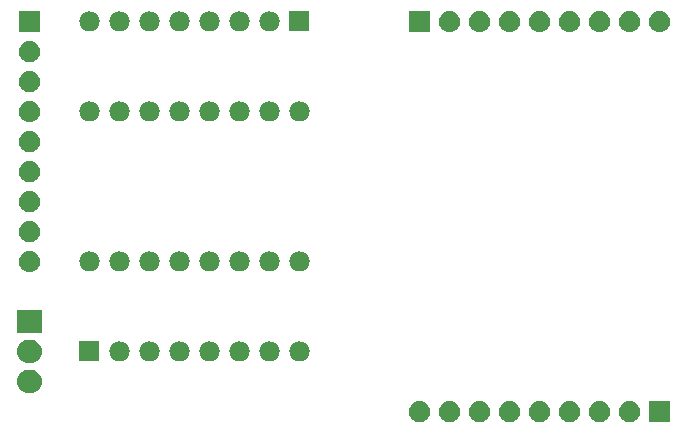
<source format=gbs>
G04 #@! TF.GenerationSoftware,KiCad,Pcbnew,5.0.1*
G04 #@! TF.CreationDate,2019-01-20T00:11:34+01:00*
G04 #@! TF.ProjectId,Powerstage,506F77657273746167652E6B69636164,rev?*
G04 #@! TF.SameCoordinates,Original*
G04 #@! TF.FileFunction,Soldermask,Bot*
G04 #@! TF.FilePolarity,Negative*
%FSLAX46Y46*%
G04 Gerber Fmt 4.6, Leading zero omitted, Abs format (unit mm)*
G04 Created by KiCad (PCBNEW 5.0.1) date So 20 Jan 2019 00:11:34 CET*
%MOMM*%
%LPD*%
G01*
G04 APERTURE LIST*
%ADD10C,0.100000*%
G04 APERTURE END LIST*
D10*
G36*
X164731000Y-112661000D02*
X162929000Y-112661000D01*
X162929000Y-110859000D01*
X164731000Y-110859000D01*
X164731000Y-112661000D01*
X164731000Y-112661000D01*
G37*
G36*
X143620442Y-110865518D02*
X143686627Y-110872037D01*
X143799853Y-110906384D01*
X143856467Y-110923557D01*
X143995087Y-110997652D01*
X144012991Y-111007222D01*
X144048729Y-111036552D01*
X144150186Y-111119814D01*
X144233448Y-111221271D01*
X144262778Y-111257009D01*
X144262779Y-111257011D01*
X144346443Y-111413533D01*
X144346443Y-111413534D01*
X144397963Y-111583373D01*
X144415359Y-111760000D01*
X144397963Y-111936627D01*
X144363616Y-112049853D01*
X144346443Y-112106467D01*
X144272348Y-112245087D01*
X144262778Y-112262991D01*
X144233448Y-112298729D01*
X144150186Y-112400186D01*
X144048729Y-112483448D01*
X144012991Y-112512778D01*
X144012989Y-112512779D01*
X143856467Y-112596443D01*
X143799853Y-112613616D01*
X143686627Y-112647963D01*
X143620442Y-112654482D01*
X143554260Y-112661000D01*
X143465740Y-112661000D01*
X143399558Y-112654482D01*
X143333373Y-112647963D01*
X143220147Y-112613616D01*
X143163533Y-112596443D01*
X143007011Y-112512779D01*
X143007009Y-112512778D01*
X142971271Y-112483448D01*
X142869814Y-112400186D01*
X142786552Y-112298729D01*
X142757222Y-112262991D01*
X142747652Y-112245087D01*
X142673557Y-112106467D01*
X142656384Y-112049853D01*
X142622037Y-111936627D01*
X142604641Y-111760000D01*
X142622037Y-111583373D01*
X142673557Y-111413534D01*
X142673557Y-111413533D01*
X142757221Y-111257011D01*
X142757222Y-111257009D01*
X142786552Y-111221271D01*
X142869814Y-111119814D01*
X142971271Y-111036552D01*
X143007009Y-111007222D01*
X143024913Y-110997652D01*
X143163533Y-110923557D01*
X143220147Y-110906384D01*
X143333373Y-110872037D01*
X143399558Y-110865518D01*
X143465740Y-110859000D01*
X143554260Y-110859000D01*
X143620442Y-110865518D01*
X143620442Y-110865518D01*
G37*
G36*
X146160442Y-110865518D02*
X146226627Y-110872037D01*
X146339853Y-110906384D01*
X146396467Y-110923557D01*
X146535087Y-110997652D01*
X146552991Y-111007222D01*
X146588729Y-111036552D01*
X146690186Y-111119814D01*
X146773448Y-111221271D01*
X146802778Y-111257009D01*
X146802779Y-111257011D01*
X146886443Y-111413533D01*
X146886443Y-111413534D01*
X146937963Y-111583373D01*
X146955359Y-111760000D01*
X146937963Y-111936627D01*
X146903616Y-112049853D01*
X146886443Y-112106467D01*
X146812348Y-112245087D01*
X146802778Y-112262991D01*
X146773448Y-112298729D01*
X146690186Y-112400186D01*
X146588729Y-112483448D01*
X146552991Y-112512778D01*
X146552989Y-112512779D01*
X146396467Y-112596443D01*
X146339853Y-112613616D01*
X146226627Y-112647963D01*
X146160442Y-112654482D01*
X146094260Y-112661000D01*
X146005740Y-112661000D01*
X145939558Y-112654482D01*
X145873373Y-112647963D01*
X145760147Y-112613616D01*
X145703533Y-112596443D01*
X145547011Y-112512779D01*
X145547009Y-112512778D01*
X145511271Y-112483448D01*
X145409814Y-112400186D01*
X145326552Y-112298729D01*
X145297222Y-112262991D01*
X145287652Y-112245087D01*
X145213557Y-112106467D01*
X145196384Y-112049853D01*
X145162037Y-111936627D01*
X145144641Y-111760000D01*
X145162037Y-111583373D01*
X145213557Y-111413534D01*
X145213557Y-111413533D01*
X145297221Y-111257011D01*
X145297222Y-111257009D01*
X145326552Y-111221271D01*
X145409814Y-111119814D01*
X145511271Y-111036552D01*
X145547009Y-111007222D01*
X145564913Y-110997652D01*
X145703533Y-110923557D01*
X145760147Y-110906384D01*
X145873373Y-110872037D01*
X145939558Y-110865518D01*
X146005740Y-110859000D01*
X146094260Y-110859000D01*
X146160442Y-110865518D01*
X146160442Y-110865518D01*
G37*
G36*
X148700442Y-110865518D02*
X148766627Y-110872037D01*
X148879853Y-110906384D01*
X148936467Y-110923557D01*
X149075087Y-110997652D01*
X149092991Y-111007222D01*
X149128729Y-111036552D01*
X149230186Y-111119814D01*
X149313448Y-111221271D01*
X149342778Y-111257009D01*
X149342779Y-111257011D01*
X149426443Y-111413533D01*
X149426443Y-111413534D01*
X149477963Y-111583373D01*
X149495359Y-111760000D01*
X149477963Y-111936627D01*
X149443616Y-112049853D01*
X149426443Y-112106467D01*
X149352348Y-112245087D01*
X149342778Y-112262991D01*
X149313448Y-112298729D01*
X149230186Y-112400186D01*
X149128729Y-112483448D01*
X149092991Y-112512778D01*
X149092989Y-112512779D01*
X148936467Y-112596443D01*
X148879853Y-112613616D01*
X148766627Y-112647963D01*
X148700442Y-112654482D01*
X148634260Y-112661000D01*
X148545740Y-112661000D01*
X148479558Y-112654482D01*
X148413373Y-112647963D01*
X148300147Y-112613616D01*
X148243533Y-112596443D01*
X148087011Y-112512779D01*
X148087009Y-112512778D01*
X148051271Y-112483448D01*
X147949814Y-112400186D01*
X147866552Y-112298729D01*
X147837222Y-112262991D01*
X147827652Y-112245087D01*
X147753557Y-112106467D01*
X147736384Y-112049853D01*
X147702037Y-111936627D01*
X147684641Y-111760000D01*
X147702037Y-111583373D01*
X147753557Y-111413534D01*
X147753557Y-111413533D01*
X147837221Y-111257011D01*
X147837222Y-111257009D01*
X147866552Y-111221271D01*
X147949814Y-111119814D01*
X148051271Y-111036552D01*
X148087009Y-111007222D01*
X148104913Y-110997652D01*
X148243533Y-110923557D01*
X148300147Y-110906384D01*
X148413373Y-110872037D01*
X148479558Y-110865518D01*
X148545740Y-110859000D01*
X148634260Y-110859000D01*
X148700442Y-110865518D01*
X148700442Y-110865518D01*
G37*
G36*
X151240442Y-110865518D02*
X151306627Y-110872037D01*
X151419853Y-110906384D01*
X151476467Y-110923557D01*
X151615087Y-110997652D01*
X151632991Y-111007222D01*
X151668729Y-111036552D01*
X151770186Y-111119814D01*
X151853448Y-111221271D01*
X151882778Y-111257009D01*
X151882779Y-111257011D01*
X151966443Y-111413533D01*
X151966443Y-111413534D01*
X152017963Y-111583373D01*
X152035359Y-111760000D01*
X152017963Y-111936627D01*
X151983616Y-112049853D01*
X151966443Y-112106467D01*
X151892348Y-112245087D01*
X151882778Y-112262991D01*
X151853448Y-112298729D01*
X151770186Y-112400186D01*
X151668729Y-112483448D01*
X151632991Y-112512778D01*
X151632989Y-112512779D01*
X151476467Y-112596443D01*
X151419853Y-112613616D01*
X151306627Y-112647963D01*
X151240442Y-112654482D01*
X151174260Y-112661000D01*
X151085740Y-112661000D01*
X151019558Y-112654482D01*
X150953373Y-112647963D01*
X150840147Y-112613616D01*
X150783533Y-112596443D01*
X150627011Y-112512779D01*
X150627009Y-112512778D01*
X150591271Y-112483448D01*
X150489814Y-112400186D01*
X150406552Y-112298729D01*
X150377222Y-112262991D01*
X150367652Y-112245087D01*
X150293557Y-112106467D01*
X150276384Y-112049853D01*
X150242037Y-111936627D01*
X150224641Y-111760000D01*
X150242037Y-111583373D01*
X150293557Y-111413534D01*
X150293557Y-111413533D01*
X150377221Y-111257011D01*
X150377222Y-111257009D01*
X150406552Y-111221271D01*
X150489814Y-111119814D01*
X150591271Y-111036552D01*
X150627009Y-111007222D01*
X150644913Y-110997652D01*
X150783533Y-110923557D01*
X150840147Y-110906384D01*
X150953373Y-110872037D01*
X151019558Y-110865518D01*
X151085740Y-110859000D01*
X151174260Y-110859000D01*
X151240442Y-110865518D01*
X151240442Y-110865518D01*
G37*
G36*
X156320442Y-110865518D02*
X156386627Y-110872037D01*
X156499853Y-110906384D01*
X156556467Y-110923557D01*
X156695087Y-110997652D01*
X156712991Y-111007222D01*
X156748729Y-111036552D01*
X156850186Y-111119814D01*
X156933448Y-111221271D01*
X156962778Y-111257009D01*
X156962779Y-111257011D01*
X157046443Y-111413533D01*
X157046443Y-111413534D01*
X157097963Y-111583373D01*
X157115359Y-111760000D01*
X157097963Y-111936627D01*
X157063616Y-112049853D01*
X157046443Y-112106467D01*
X156972348Y-112245087D01*
X156962778Y-112262991D01*
X156933448Y-112298729D01*
X156850186Y-112400186D01*
X156748729Y-112483448D01*
X156712991Y-112512778D01*
X156712989Y-112512779D01*
X156556467Y-112596443D01*
X156499853Y-112613616D01*
X156386627Y-112647963D01*
X156320442Y-112654482D01*
X156254260Y-112661000D01*
X156165740Y-112661000D01*
X156099558Y-112654482D01*
X156033373Y-112647963D01*
X155920147Y-112613616D01*
X155863533Y-112596443D01*
X155707011Y-112512779D01*
X155707009Y-112512778D01*
X155671271Y-112483448D01*
X155569814Y-112400186D01*
X155486552Y-112298729D01*
X155457222Y-112262991D01*
X155447652Y-112245087D01*
X155373557Y-112106467D01*
X155356384Y-112049853D01*
X155322037Y-111936627D01*
X155304641Y-111760000D01*
X155322037Y-111583373D01*
X155373557Y-111413534D01*
X155373557Y-111413533D01*
X155457221Y-111257011D01*
X155457222Y-111257009D01*
X155486552Y-111221271D01*
X155569814Y-111119814D01*
X155671271Y-111036552D01*
X155707009Y-111007222D01*
X155724913Y-110997652D01*
X155863533Y-110923557D01*
X155920147Y-110906384D01*
X156033373Y-110872037D01*
X156099558Y-110865518D01*
X156165740Y-110859000D01*
X156254260Y-110859000D01*
X156320442Y-110865518D01*
X156320442Y-110865518D01*
G37*
G36*
X158860442Y-110865518D02*
X158926627Y-110872037D01*
X159039853Y-110906384D01*
X159096467Y-110923557D01*
X159235087Y-110997652D01*
X159252991Y-111007222D01*
X159288729Y-111036552D01*
X159390186Y-111119814D01*
X159473448Y-111221271D01*
X159502778Y-111257009D01*
X159502779Y-111257011D01*
X159586443Y-111413533D01*
X159586443Y-111413534D01*
X159637963Y-111583373D01*
X159655359Y-111760000D01*
X159637963Y-111936627D01*
X159603616Y-112049853D01*
X159586443Y-112106467D01*
X159512348Y-112245087D01*
X159502778Y-112262991D01*
X159473448Y-112298729D01*
X159390186Y-112400186D01*
X159288729Y-112483448D01*
X159252991Y-112512778D01*
X159252989Y-112512779D01*
X159096467Y-112596443D01*
X159039853Y-112613616D01*
X158926627Y-112647963D01*
X158860442Y-112654482D01*
X158794260Y-112661000D01*
X158705740Y-112661000D01*
X158639558Y-112654482D01*
X158573373Y-112647963D01*
X158460147Y-112613616D01*
X158403533Y-112596443D01*
X158247011Y-112512779D01*
X158247009Y-112512778D01*
X158211271Y-112483448D01*
X158109814Y-112400186D01*
X158026552Y-112298729D01*
X157997222Y-112262991D01*
X157987652Y-112245087D01*
X157913557Y-112106467D01*
X157896384Y-112049853D01*
X157862037Y-111936627D01*
X157844641Y-111760000D01*
X157862037Y-111583373D01*
X157913557Y-111413534D01*
X157913557Y-111413533D01*
X157997221Y-111257011D01*
X157997222Y-111257009D01*
X158026552Y-111221271D01*
X158109814Y-111119814D01*
X158211271Y-111036552D01*
X158247009Y-111007222D01*
X158264913Y-110997652D01*
X158403533Y-110923557D01*
X158460147Y-110906384D01*
X158573373Y-110872037D01*
X158639558Y-110865518D01*
X158705740Y-110859000D01*
X158794260Y-110859000D01*
X158860442Y-110865518D01*
X158860442Y-110865518D01*
G37*
G36*
X161400442Y-110865518D02*
X161466627Y-110872037D01*
X161579853Y-110906384D01*
X161636467Y-110923557D01*
X161775087Y-110997652D01*
X161792991Y-111007222D01*
X161828729Y-111036552D01*
X161930186Y-111119814D01*
X162013448Y-111221271D01*
X162042778Y-111257009D01*
X162042779Y-111257011D01*
X162126443Y-111413533D01*
X162126443Y-111413534D01*
X162177963Y-111583373D01*
X162195359Y-111760000D01*
X162177963Y-111936627D01*
X162143616Y-112049853D01*
X162126443Y-112106467D01*
X162052348Y-112245087D01*
X162042778Y-112262991D01*
X162013448Y-112298729D01*
X161930186Y-112400186D01*
X161828729Y-112483448D01*
X161792991Y-112512778D01*
X161792989Y-112512779D01*
X161636467Y-112596443D01*
X161579853Y-112613616D01*
X161466627Y-112647963D01*
X161400442Y-112654482D01*
X161334260Y-112661000D01*
X161245740Y-112661000D01*
X161179558Y-112654482D01*
X161113373Y-112647963D01*
X161000147Y-112613616D01*
X160943533Y-112596443D01*
X160787011Y-112512779D01*
X160787009Y-112512778D01*
X160751271Y-112483448D01*
X160649814Y-112400186D01*
X160566552Y-112298729D01*
X160537222Y-112262991D01*
X160527652Y-112245087D01*
X160453557Y-112106467D01*
X160436384Y-112049853D01*
X160402037Y-111936627D01*
X160384641Y-111760000D01*
X160402037Y-111583373D01*
X160453557Y-111413534D01*
X160453557Y-111413533D01*
X160537221Y-111257011D01*
X160537222Y-111257009D01*
X160566552Y-111221271D01*
X160649814Y-111119814D01*
X160751271Y-111036552D01*
X160787009Y-111007222D01*
X160804913Y-110997652D01*
X160943533Y-110923557D01*
X161000147Y-110906384D01*
X161113373Y-110872037D01*
X161179558Y-110865518D01*
X161245740Y-110859000D01*
X161334260Y-110859000D01*
X161400442Y-110865518D01*
X161400442Y-110865518D01*
G37*
G36*
X153780442Y-110865518D02*
X153846627Y-110872037D01*
X153959853Y-110906384D01*
X154016467Y-110923557D01*
X154155087Y-110997652D01*
X154172991Y-111007222D01*
X154208729Y-111036552D01*
X154310186Y-111119814D01*
X154393448Y-111221271D01*
X154422778Y-111257009D01*
X154422779Y-111257011D01*
X154506443Y-111413533D01*
X154506443Y-111413534D01*
X154557963Y-111583373D01*
X154575359Y-111760000D01*
X154557963Y-111936627D01*
X154523616Y-112049853D01*
X154506443Y-112106467D01*
X154432348Y-112245087D01*
X154422778Y-112262991D01*
X154393448Y-112298729D01*
X154310186Y-112400186D01*
X154208729Y-112483448D01*
X154172991Y-112512778D01*
X154172989Y-112512779D01*
X154016467Y-112596443D01*
X153959853Y-112613616D01*
X153846627Y-112647963D01*
X153780442Y-112654482D01*
X153714260Y-112661000D01*
X153625740Y-112661000D01*
X153559558Y-112654482D01*
X153493373Y-112647963D01*
X153380147Y-112613616D01*
X153323533Y-112596443D01*
X153167011Y-112512779D01*
X153167009Y-112512778D01*
X153131271Y-112483448D01*
X153029814Y-112400186D01*
X152946552Y-112298729D01*
X152917222Y-112262991D01*
X152907652Y-112245087D01*
X152833557Y-112106467D01*
X152816384Y-112049853D01*
X152782037Y-111936627D01*
X152764641Y-111760000D01*
X152782037Y-111583373D01*
X152833557Y-111413534D01*
X152833557Y-111413533D01*
X152917221Y-111257011D01*
X152917222Y-111257009D01*
X152946552Y-111221271D01*
X153029814Y-111119814D01*
X153131271Y-111036552D01*
X153167009Y-111007222D01*
X153184913Y-110997652D01*
X153323533Y-110923557D01*
X153380147Y-110906384D01*
X153493373Y-110872037D01*
X153559558Y-110865518D01*
X153625740Y-110859000D01*
X153714260Y-110859000D01*
X153780442Y-110865518D01*
X153780442Y-110865518D01*
G37*
G36*
X110645764Y-108222308D02*
X110734220Y-108231020D01*
X110923381Y-108288401D01*
X111097712Y-108381583D01*
X111250515Y-108506985D01*
X111375917Y-108659788D01*
X111469099Y-108834119D01*
X111526480Y-109023280D01*
X111545855Y-109220000D01*
X111526480Y-109416720D01*
X111469099Y-109605881D01*
X111375917Y-109780212D01*
X111250515Y-109933015D01*
X111097712Y-110058417D01*
X110923381Y-110151599D01*
X110734220Y-110208980D01*
X110645764Y-110217692D01*
X110586796Y-110223500D01*
X110393204Y-110223500D01*
X110334236Y-110217692D01*
X110245780Y-110208980D01*
X110056619Y-110151599D01*
X109882288Y-110058417D01*
X109729485Y-109933015D01*
X109604083Y-109780212D01*
X109510901Y-109605881D01*
X109453520Y-109416720D01*
X109434145Y-109220000D01*
X109453520Y-109023280D01*
X109510901Y-108834119D01*
X109604083Y-108659788D01*
X109729485Y-108506985D01*
X109882288Y-108381583D01*
X110056619Y-108288401D01*
X110245780Y-108231020D01*
X110334236Y-108222308D01*
X110393204Y-108216500D01*
X110586796Y-108216500D01*
X110645764Y-108222308D01*
X110645764Y-108222308D01*
G37*
G36*
X110645764Y-105682308D02*
X110734220Y-105691020D01*
X110923381Y-105748401D01*
X111097712Y-105841583D01*
X111250515Y-105966985D01*
X111375917Y-106119788D01*
X111469099Y-106294119D01*
X111526480Y-106483280D01*
X111545855Y-106680000D01*
X111526480Y-106876720D01*
X111469099Y-107065881D01*
X111375917Y-107240212D01*
X111250515Y-107393015D01*
X111097712Y-107518417D01*
X110923381Y-107611599D01*
X110734220Y-107668980D01*
X110645764Y-107677692D01*
X110586796Y-107683500D01*
X110393204Y-107683500D01*
X110334236Y-107677692D01*
X110245780Y-107668980D01*
X110056619Y-107611599D01*
X109882288Y-107518417D01*
X109729485Y-107393015D01*
X109604083Y-107240212D01*
X109510901Y-107065881D01*
X109453520Y-106876720D01*
X109434145Y-106680000D01*
X109453520Y-106483280D01*
X109510901Y-106294119D01*
X109604083Y-106119788D01*
X109729485Y-105966985D01*
X109882288Y-105841583D01*
X110056619Y-105748401D01*
X110245780Y-105691020D01*
X110334236Y-105682308D01*
X110393204Y-105676500D01*
X110586796Y-105676500D01*
X110645764Y-105682308D01*
X110645764Y-105682308D01*
G37*
G36*
X130976821Y-105841313D02*
X130976824Y-105841314D01*
X130976825Y-105841314D01*
X131137239Y-105889975D01*
X131137241Y-105889976D01*
X131137244Y-105889977D01*
X131285078Y-105968995D01*
X131414659Y-106075341D01*
X131521005Y-106204922D01*
X131600023Y-106352756D01*
X131648687Y-106513179D01*
X131665117Y-106680000D01*
X131648687Y-106846821D01*
X131600023Y-107007244D01*
X131521005Y-107155078D01*
X131414659Y-107284659D01*
X131285078Y-107391005D01*
X131137244Y-107470023D01*
X131137241Y-107470024D01*
X131137239Y-107470025D01*
X130976825Y-107518686D01*
X130976824Y-107518686D01*
X130976821Y-107518687D01*
X130851804Y-107531000D01*
X130768196Y-107531000D01*
X130643179Y-107518687D01*
X130643176Y-107518686D01*
X130643175Y-107518686D01*
X130482761Y-107470025D01*
X130482759Y-107470024D01*
X130482756Y-107470023D01*
X130334922Y-107391005D01*
X130205341Y-107284659D01*
X130098995Y-107155078D01*
X130019977Y-107007244D01*
X129971313Y-106846821D01*
X129954883Y-106680000D01*
X129971313Y-106513179D01*
X130019977Y-106352756D01*
X130098995Y-106204922D01*
X130205341Y-106075341D01*
X130334922Y-105968995D01*
X130482756Y-105889977D01*
X130482759Y-105889976D01*
X130482761Y-105889975D01*
X130643175Y-105841314D01*
X130643176Y-105841314D01*
X130643179Y-105841313D01*
X130768196Y-105829000D01*
X130851804Y-105829000D01*
X130976821Y-105841313D01*
X130976821Y-105841313D01*
G37*
G36*
X128436821Y-105841313D02*
X128436824Y-105841314D01*
X128436825Y-105841314D01*
X128597239Y-105889975D01*
X128597241Y-105889976D01*
X128597244Y-105889977D01*
X128745078Y-105968995D01*
X128874659Y-106075341D01*
X128981005Y-106204922D01*
X129060023Y-106352756D01*
X129108687Y-106513179D01*
X129125117Y-106680000D01*
X129108687Y-106846821D01*
X129060023Y-107007244D01*
X128981005Y-107155078D01*
X128874659Y-107284659D01*
X128745078Y-107391005D01*
X128597244Y-107470023D01*
X128597241Y-107470024D01*
X128597239Y-107470025D01*
X128436825Y-107518686D01*
X128436824Y-107518686D01*
X128436821Y-107518687D01*
X128311804Y-107531000D01*
X128228196Y-107531000D01*
X128103179Y-107518687D01*
X128103176Y-107518686D01*
X128103175Y-107518686D01*
X127942761Y-107470025D01*
X127942759Y-107470024D01*
X127942756Y-107470023D01*
X127794922Y-107391005D01*
X127665341Y-107284659D01*
X127558995Y-107155078D01*
X127479977Y-107007244D01*
X127431313Y-106846821D01*
X127414883Y-106680000D01*
X127431313Y-106513179D01*
X127479977Y-106352756D01*
X127558995Y-106204922D01*
X127665341Y-106075341D01*
X127794922Y-105968995D01*
X127942756Y-105889977D01*
X127942759Y-105889976D01*
X127942761Y-105889975D01*
X128103175Y-105841314D01*
X128103176Y-105841314D01*
X128103179Y-105841313D01*
X128228196Y-105829000D01*
X128311804Y-105829000D01*
X128436821Y-105841313D01*
X128436821Y-105841313D01*
G37*
G36*
X125896821Y-105841313D02*
X125896824Y-105841314D01*
X125896825Y-105841314D01*
X126057239Y-105889975D01*
X126057241Y-105889976D01*
X126057244Y-105889977D01*
X126205078Y-105968995D01*
X126334659Y-106075341D01*
X126441005Y-106204922D01*
X126520023Y-106352756D01*
X126568687Y-106513179D01*
X126585117Y-106680000D01*
X126568687Y-106846821D01*
X126520023Y-107007244D01*
X126441005Y-107155078D01*
X126334659Y-107284659D01*
X126205078Y-107391005D01*
X126057244Y-107470023D01*
X126057241Y-107470024D01*
X126057239Y-107470025D01*
X125896825Y-107518686D01*
X125896824Y-107518686D01*
X125896821Y-107518687D01*
X125771804Y-107531000D01*
X125688196Y-107531000D01*
X125563179Y-107518687D01*
X125563176Y-107518686D01*
X125563175Y-107518686D01*
X125402761Y-107470025D01*
X125402759Y-107470024D01*
X125402756Y-107470023D01*
X125254922Y-107391005D01*
X125125341Y-107284659D01*
X125018995Y-107155078D01*
X124939977Y-107007244D01*
X124891313Y-106846821D01*
X124874883Y-106680000D01*
X124891313Y-106513179D01*
X124939977Y-106352756D01*
X125018995Y-106204922D01*
X125125341Y-106075341D01*
X125254922Y-105968995D01*
X125402756Y-105889977D01*
X125402759Y-105889976D01*
X125402761Y-105889975D01*
X125563175Y-105841314D01*
X125563176Y-105841314D01*
X125563179Y-105841313D01*
X125688196Y-105829000D01*
X125771804Y-105829000D01*
X125896821Y-105841313D01*
X125896821Y-105841313D01*
G37*
G36*
X123356821Y-105841313D02*
X123356824Y-105841314D01*
X123356825Y-105841314D01*
X123517239Y-105889975D01*
X123517241Y-105889976D01*
X123517244Y-105889977D01*
X123665078Y-105968995D01*
X123794659Y-106075341D01*
X123901005Y-106204922D01*
X123980023Y-106352756D01*
X124028687Y-106513179D01*
X124045117Y-106680000D01*
X124028687Y-106846821D01*
X123980023Y-107007244D01*
X123901005Y-107155078D01*
X123794659Y-107284659D01*
X123665078Y-107391005D01*
X123517244Y-107470023D01*
X123517241Y-107470024D01*
X123517239Y-107470025D01*
X123356825Y-107518686D01*
X123356824Y-107518686D01*
X123356821Y-107518687D01*
X123231804Y-107531000D01*
X123148196Y-107531000D01*
X123023179Y-107518687D01*
X123023176Y-107518686D01*
X123023175Y-107518686D01*
X122862761Y-107470025D01*
X122862759Y-107470024D01*
X122862756Y-107470023D01*
X122714922Y-107391005D01*
X122585341Y-107284659D01*
X122478995Y-107155078D01*
X122399977Y-107007244D01*
X122351313Y-106846821D01*
X122334883Y-106680000D01*
X122351313Y-106513179D01*
X122399977Y-106352756D01*
X122478995Y-106204922D01*
X122585341Y-106075341D01*
X122714922Y-105968995D01*
X122862756Y-105889977D01*
X122862759Y-105889976D01*
X122862761Y-105889975D01*
X123023175Y-105841314D01*
X123023176Y-105841314D01*
X123023179Y-105841313D01*
X123148196Y-105829000D01*
X123231804Y-105829000D01*
X123356821Y-105841313D01*
X123356821Y-105841313D01*
G37*
G36*
X118276821Y-105841313D02*
X118276824Y-105841314D01*
X118276825Y-105841314D01*
X118437239Y-105889975D01*
X118437241Y-105889976D01*
X118437244Y-105889977D01*
X118585078Y-105968995D01*
X118714659Y-106075341D01*
X118821005Y-106204922D01*
X118900023Y-106352756D01*
X118948687Y-106513179D01*
X118965117Y-106680000D01*
X118948687Y-106846821D01*
X118900023Y-107007244D01*
X118821005Y-107155078D01*
X118714659Y-107284659D01*
X118585078Y-107391005D01*
X118437244Y-107470023D01*
X118437241Y-107470024D01*
X118437239Y-107470025D01*
X118276825Y-107518686D01*
X118276824Y-107518686D01*
X118276821Y-107518687D01*
X118151804Y-107531000D01*
X118068196Y-107531000D01*
X117943179Y-107518687D01*
X117943176Y-107518686D01*
X117943175Y-107518686D01*
X117782761Y-107470025D01*
X117782759Y-107470024D01*
X117782756Y-107470023D01*
X117634922Y-107391005D01*
X117505341Y-107284659D01*
X117398995Y-107155078D01*
X117319977Y-107007244D01*
X117271313Y-106846821D01*
X117254883Y-106680000D01*
X117271313Y-106513179D01*
X117319977Y-106352756D01*
X117398995Y-106204922D01*
X117505341Y-106075341D01*
X117634922Y-105968995D01*
X117782756Y-105889977D01*
X117782759Y-105889976D01*
X117782761Y-105889975D01*
X117943175Y-105841314D01*
X117943176Y-105841314D01*
X117943179Y-105841313D01*
X118068196Y-105829000D01*
X118151804Y-105829000D01*
X118276821Y-105841313D01*
X118276821Y-105841313D01*
G37*
G36*
X116421000Y-107531000D02*
X114719000Y-107531000D01*
X114719000Y-105829000D01*
X116421000Y-105829000D01*
X116421000Y-107531000D01*
X116421000Y-107531000D01*
G37*
G36*
X133516821Y-105841313D02*
X133516824Y-105841314D01*
X133516825Y-105841314D01*
X133677239Y-105889975D01*
X133677241Y-105889976D01*
X133677244Y-105889977D01*
X133825078Y-105968995D01*
X133954659Y-106075341D01*
X134061005Y-106204922D01*
X134140023Y-106352756D01*
X134188687Y-106513179D01*
X134205117Y-106680000D01*
X134188687Y-106846821D01*
X134140023Y-107007244D01*
X134061005Y-107155078D01*
X133954659Y-107284659D01*
X133825078Y-107391005D01*
X133677244Y-107470023D01*
X133677241Y-107470024D01*
X133677239Y-107470025D01*
X133516825Y-107518686D01*
X133516824Y-107518686D01*
X133516821Y-107518687D01*
X133391804Y-107531000D01*
X133308196Y-107531000D01*
X133183179Y-107518687D01*
X133183176Y-107518686D01*
X133183175Y-107518686D01*
X133022761Y-107470025D01*
X133022759Y-107470024D01*
X133022756Y-107470023D01*
X132874922Y-107391005D01*
X132745341Y-107284659D01*
X132638995Y-107155078D01*
X132559977Y-107007244D01*
X132511313Y-106846821D01*
X132494883Y-106680000D01*
X132511313Y-106513179D01*
X132559977Y-106352756D01*
X132638995Y-106204922D01*
X132745341Y-106075341D01*
X132874922Y-105968995D01*
X133022756Y-105889977D01*
X133022759Y-105889976D01*
X133022761Y-105889975D01*
X133183175Y-105841314D01*
X133183176Y-105841314D01*
X133183179Y-105841313D01*
X133308196Y-105829000D01*
X133391804Y-105829000D01*
X133516821Y-105841313D01*
X133516821Y-105841313D01*
G37*
G36*
X120816821Y-105841313D02*
X120816824Y-105841314D01*
X120816825Y-105841314D01*
X120977239Y-105889975D01*
X120977241Y-105889976D01*
X120977244Y-105889977D01*
X121125078Y-105968995D01*
X121254659Y-106075341D01*
X121361005Y-106204922D01*
X121440023Y-106352756D01*
X121488687Y-106513179D01*
X121505117Y-106680000D01*
X121488687Y-106846821D01*
X121440023Y-107007244D01*
X121361005Y-107155078D01*
X121254659Y-107284659D01*
X121125078Y-107391005D01*
X120977244Y-107470023D01*
X120977241Y-107470024D01*
X120977239Y-107470025D01*
X120816825Y-107518686D01*
X120816824Y-107518686D01*
X120816821Y-107518687D01*
X120691804Y-107531000D01*
X120608196Y-107531000D01*
X120483179Y-107518687D01*
X120483176Y-107518686D01*
X120483175Y-107518686D01*
X120322761Y-107470025D01*
X120322759Y-107470024D01*
X120322756Y-107470023D01*
X120174922Y-107391005D01*
X120045341Y-107284659D01*
X119938995Y-107155078D01*
X119859977Y-107007244D01*
X119811313Y-106846821D01*
X119794883Y-106680000D01*
X119811313Y-106513179D01*
X119859977Y-106352756D01*
X119938995Y-106204922D01*
X120045341Y-106075341D01*
X120174922Y-105968995D01*
X120322756Y-105889977D01*
X120322759Y-105889976D01*
X120322761Y-105889975D01*
X120483175Y-105841314D01*
X120483176Y-105841314D01*
X120483179Y-105841313D01*
X120608196Y-105829000D01*
X120691804Y-105829000D01*
X120816821Y-105841313D01*
X120816821Y-105841313D01*
G37*
G36*
X111541000Y-105143500D02*
X109439000Y-105143500D01*
X109439000Y-103136500D01*
X111541000Y-103136500D01*
X111541000Y-105143500D01*
X111541000Y-105143500D01*
G37*
G36*
X110600443Y-98165519D02*
X110666627Y-98172037D01*
X110779853Y-98206384D01*
X110836467Y-98223557D01*
X110923311Y-98269977D01*
X110992991Y-98307222D01*
X111028729Y-98336552D01*
X111130186Y-98419814D01*
X111213448Y-98521271D01*
X111242778Y-98557009D01*
X111242779Y-98557011D01*
X111326443Y-98713533D01*
X111343616Y-98770147D01*
X111377963Y-98883373D01*
X111395359Y-99060000D01*
X111377963Y-99236627D01*
X111343616Y-99349853D01*
X111326443Y-99406467D01*
X111257698Y-99535078D01*
X111242778Y-99562991D01*
X111213448Y-99598729D01*
X111130186Y-99700186D01*
X111028729Y-99783448D01*
X110992991Y-99812778D01*
X110992989Y-99812779D01*
X110836467Y-99896443D01*
X110829069Y-99898687D01*
X110666627Y-99947963D01*
X110600443Y-99954481D01*
X110534260Y-99961000D01*
X110445740Y-99961000D01*
X110379557Y-99954481D01*
X110313373Y-99947963D01*
X110150931Y-99898687D01*
X110143533Y-99896443D01*
X109987011Y-99812779D01*
X109987009Y-99812778D01*
X109951271Y-99783448D01*
X109849814Y-99700186D01*
X109766552Y-99598729D01*
X109737222Y-99562991D01*
X109722302Y-99535078D01*
X109653557Y-99406467D01*
X109636384Y-99349853D01*
X109602037Y-99236627D01*
X109584641Y-99060000D01*
X109602037Y-98883373D01*
X109636384Y-98770147D01*
X109653557Y-98713533D01*
X109737221Y-98557011D01*
X109737222Y-98557009D01*
X109766552Y-98521271D01*
X109849814Y-98419814D01*
X109951271Y-98336552D01*
X109987009Y-98307222D01*
X110056689Y-98269977D01*
X110143533Y-98223557D01*
X110200147Y-98206384D01*
X110313373Y-98172037D01*
X110379557Y-98165519D01*
X110445740Y-98159000D01*
X110534260Y-98159000D01*
X110600443Y-98165519D01*
X110600443Y-98165519D01*
G37*
G36*
X115736821Y-98221313D02*
X115736824Y-98221314D01*
X115736825Y-98221314D01*
X115897239Y-98269975D01*
X115897241Y-98269976D01*
X115897244Y-98269977D01*
X116045078Y-98348995D01*
X116174659Y-98455341D01*
X116281005Y-98584922D01*
X116360023Y-98732756D01*
X116360024Y-98732759D01*
X116360025Y-98732761D01*
X116405713Y-98883375D01*
X116408687Y-98893179D01*
X116425117Y-99060000D01*
X116408687Y-99226821D01*
X116408686Y-99226824D01*
X116408686Y-99226825D01*
X116405713Y-99236627D01*
X116360023Y-99387244D01*
X116281005Y-99535078D01*
X116174659Y-99664659D01*
X116045078Y-99771005D01*
X115897244Y-99850023D01*
X115897241Y-99850024D01*
X115897239Y-99850025D01*
X115736825Y-99898686D01*
X115736824Y-99898686D01*
X115736821Y-99898687D01*
X115611804Y-99911000D01*
X115528196Y-99911000D01*
X115403179Y-99898687D01*
X115403176Y-99898686D01*
X115403175Y-99898686D01*
X115242761Y-99850025D01*
X115242759Y-99850024D01*
X115242756Y-99850023D01*
X115094922Y-99771005D01*
X114965341Y-99664659D01*
X114858995Y-99535078D01*
X114779977Y-99387244D01*
X114734288Y-99236627D01*
X114731314Y-99226825D01*
X114731314Y-99226824D01*
X114731313Y-99226821D01*
X114714883Y-99060000D01*
X114731313Y-98893179D01*
X114734287Y-98883375D01*
X114779975Y-98732761D01*
X114779976Y-98732759D01*
X114779977Y-98732756D01*
X114858995Y-98584922D01*
X114965341Y-98455341D01*
X115094922Y-98348995D01*
X115242756Y-98269977D01*
X115242759Y-98269976D01*
X115242761Y-98269975D01*
X115403175Y-98221314D01*
X115403176Y-98221314D01*
X115403179Y-98221313D01*
X115528196Y-98209000D01*
X115611804Y-98209000D01*
X115736821Y-98221313D01*
X115736821Y-98221313D01*
G37*
G36*
X130976821Y-98221313D02*
X130976824Y-98221314D01*
X130976825Y-98221314D01*
X131137239Y-98269975D01*
X131137241Y-98269976D01*
X131137244Y-98269977D01*
X131285078Y-98348995D01*
X131414659Y-98455341D01*
X131521005Y-98584922D01*
X131600023Y-98732756D01*
X131600024Y-98732759D01*
X131600025Y-98732761D01*
X131645713Y-98883375D01*
X131648687Y-98893179D01*
X131665117Y-99060000D01*
X131648687Y-99226821D01*
X131648686Y-99226824D01*
X131648686Y-99226825D01*
X131645713Y-99236627D01*
X131600023Y-99387244D01*
X131521005Y-99535078D01*
X131414659Y-99664659D01*
X131285078Y-99771005D01*
X131137244Y-99850023D01*
X131137241Y-99850024D01*
X131137239Y-99850025D01*
X130976825Y-99898686D01*
X130976824Y-99898686D01*
X130976821Y-99898687D01*
X130851804Y-99911000D01*
X130768196Y-99911000D01*
X130643179Y-99898687D01*
X130643176Y-99898686D01*
X130643175Y-99898686D01*
X130482761Y-99850025D01*
X130482759Y-99850024D01*
X130482756Y-99850023D01*
X130334922Y-99771005D01*
X130205341Y-99664659D01*
X130098995Y-99535078D01*
X130019977Y-99387244D01*
X129974288Y-99236627D01*
X129971314Y-99226825D01*
X129971314Y-99226824D01*
X129971313Y-99226821D01*
X129954883Y-99060000D01*
X129971313Y-98893179D01*
X129974287Y-98883375D01*
X130019975Y-98732761D01*
X130019976Y-98732759D01*
X130019977Y-98732756D01*
X130098995Y-98584922D01*
X130205341Y-98455341D01*
X130334922Y-98348995D01*
X130482756Y-98269977D01*
X130482759Y-98269976D01*
X130482761Y-98269975D01*
X130643175Y-98221314D01*
X130643176Y-98221314D01*
X130643179Y-98221313D01*
X130768196Y-98209000D01*
X130851804Y-98209000D01*
X130976821Y-98221313D01*
X130976821Y-98221313D01*
G37*
G36*
X125896821Y-98221313D02*
X125896824Y-98221314D01*
X125896825Y-98221314D01*
X126057239Y-98269975D01*
X126057241Y-98269976D01*
X126057244Y-98269977D01*
X126205078Y-98348995D01*
X126334659Y-98455341D01*
X126441005Y-98584922D01*
X126520023Y-98732756D01*
X126520024Y-98732759D01*
X126520025Y-98732761D01*
X126565713Y-98883375D01*
X126568687Y-98893179D01*
X126585117Y-99060000D01*
X126568687Y-99226821D01*
X126568686Y-99226824D01*
X126568686Y-99226825D01*
X126565713Y-99236627D01*
X126520023Y-99387244D01*
X126441005Y-99535078D01*
X126334659Y-99664659D01*
X126205078Y-99771005D01*
X126057244Y-99850023D01*
X126057241Y-99850024D01*
X126057239Y-99850025D01*
X125896825Y-99898686D01*
X125896824Y-99898686D01*
X125896821Y-99898687D01*
X125771804Y-99911000D01*
X125688196Y-99911000D01*
X125563179Y-99898687D01*
X125563176Y-99898686D01*
X125563175Y-99898686D01*
X125402761Y-99850025D01*
X125402759Y-99850024D01*
X125402756Y-99850023D01*
X125254922Y-99771005D01*
X125125341Y-99664659D01*
X125018995Y-99535078D01*
X124939977Y-99387244D01*
X124894288Y-99236627D01*
X124891314Y-99226825D01*
X124891314Y-99226824D01*
X124891313Y-99226821D01*
X124874883Y-99060000D01*
X124891313Y-98893179D01*
X124894287Y-98883375D01*
X124939975Y-98732761D01*
X124939976Y-98732759D01*
X124939977Y-98732756D01*
X125018995Y-98584922D01*
X125125341Y-98455341D01*
X125254922Y-98348995D01*
X125402756Y-98269977D01*
X125402759Y-98269976D01*
X125402761Y-98269975D01*
X125563175Y-98221314D01*
X125563176Y-98221314D01*
X125563179Y-98221313D01*
X125688196Y-98209000D01*
X125771804Y-98209000D01*
X125896821Y-98221313D01*
X125896821Y-98221313D01*
G37*
G36*
X123356821Y-98221313D02*
X123356824Y-98221314D01*
X123356825Y-98221314D01*
X123517239Y-98269975D01*
X123517241Y-98269976D01*
X123517244Y-98269977D01*
X123665078Y-98348995D01*
X123794659Y-98455341D01*
X123901005Y-98584922D01*
X123980023Y-98732756D01*
X123980024Y-98732759D01*
X123980025Y-98732761D01*
X124025713Y-98883375D01*
X124028687Y-98893179D01*
X124045117Y-99060000D01*
X124028687Y-99226821D01*
X124028686Y-99226824D01*
X124028686Y-99226825D01*
X124025713Y-99236627D01*
X123980023Y-99387244D01*
X123901005Y-99535078D01*
X123794659Y-99664659D01*
X123665078Y-99771005D01*
X123517244Y-99850023D01*
X123517241Y-99850024D01*
X123517239Y-99850025D01*
X123356825Y-99898686D01*
X123356824Y-99898686D01*
X123356821Y-99898687D01*
X123231804Y-99911000D01*
X123148196Y-99911000D01*
X123023179Y-99898687D01*
X123023176Y-99898686D01*
X123023175Y-99898686D01*
X122862761Y-99850025D01*
X122862759Y-99850024D01*
X122862756Y-99850023D01*
X122714922Y-99771005D01*
X122585341Y-99664659D01*
X122478995Y-99535078D01*
X122399977Y-99387244D01*
X122354288Y-99236627D01*
X122351314Y-99226825D01*
X122351314Y-99226824D01*
X122351313Y-99226821D01*
X122334883Y-99060000D01*
X122351313Y-98893179D01*
X122354287Y-98883375D01*
X122399975Y-98732761D01*
X122399976Y-98732759D01*
X122399977Y-98732756D01*
X122478995Y-98584922D01*
X122585341Y-98455341D01*
X122714922Y-98348995D01*
X122862756Y-98269977D01*
X122862759Y-98269976D01*
X122862761Y-98269975D01*
X123023175Y-98221314D01*
X123023176Y-98221314D01*
X123023179Y-98221313D01*
X123148196Y-98209000D01*
X123231804Y-98209000D01*
X123356821Y-98221313D01*
X123356821Y-98221313D01*
G37*
G36*
X120816821Y-98221313D02*
X120816824Y-98221314D01*
X120816825Y-98221314D01*
X120977239Y-98269975D01*
X120977241Y-98269976D01*
X120977244Y-98269977D01*
X121125078Y-98348995D01*
X121254659Y-98455341D01*
X121361005Y-98584922D01*
X121440023Y-98732756D01*
X121440024Y-98732759D01*
X121440025Y-98732761D01*
X121485713Y-98883375D01*
X121488687Y-98893179D01*
X121505117Y-99060000D01*
X121488687Y-99226821D01*
X121488686Y-99226824D01*
X121488686Y-99226825D01*
X121485713Y-99236627D01*
X121440023Y-99387244D01*
X121361005Y-99535078D01*
X121254659Y-99664659D01*
X121125078Y-99771005D01*
X120977244Y-99850023D01*
X120977241Y-99850024D01*
X120977239Y-99850025D01*
X120816825Y-99898686D01*
X120816824Y-99898686D01*
X120816821Y-99898687D01*
X120691804Y-99911000D01*
X120608196Y-99911000D01*
X120483179Y-99898687D01*
X120483176Y-99898686D01*
X120483175Y-99898686D01*
X120322761Y-99850025D01*
X120322759Y-99850024D01*
X120322756Y-99850023D01*
X120174922Y-99771005D01*
X120045341Y-99664659D01*
X119938995Y-99535078D01*
X119859977Y-99387244D01*
X119814288Y-99236627D01*
X119811314Y-99226825D01*
X119811314Y-99226824D01*
X119811313Y-99226821D01*
X119794883Y-99060000D01*
X119811313Y-98893179D01*
X119814287Y-98883375D01*
X119859975Y-98732761D01*
X119859976Y-98732759D01*
X119859977Y-98732756D01*
X119938995Y-98584922D01*
X120045341Y-98455341D01*
X120174922Y-98348995D01*
X120322756Y-98269977D01*
X120322759Y-98269976D01*
X120322761Y-98269975D01*
X120483175Y-98221314D01*
X120483176Y-98221314D01*
X120483179Y-98221313D01*
X120608196Y-98209000D01*
X120691804Y-98209000D01*
X120816821Y-98221313D01*
X120816821Y-98221313D01*
G37*
G36*
X133516821Y-98221313D02*
X133516824Y-98221314D01*
X133516825Y-98221314D01*
X133677239Y-98269975D01*
X133677241Y-98269976D01*
X133677244Y-98269977D01*
X133825078Y-98348995D01*
X133954659Y-98455341D01*
X134061005Y-98584922D01*
X134140023Y-98732756D01*
X134140024Y-98732759D01*
X134140025Y-98732761D01*
X134185713Y-98883375D01*
X134188687Y-98893179D01*
X134205117Y-99060000D01*
X134188687Y-99226821D01*
X134188686Y-99226824D01*
X134188686Y-99226825D01*
X134185713Y-99236627D01*
X134140023Y-99387244D01*
X134061005Y-99535078D01*
X133954659Y-99664659D01*
X133825078Y-99771005D01*
X133677244Y-99850023D01*
X133677241Y-99850024D01*
X133677239Y-99850025D01*
X133516825Y-99898686D01*
X133516824Y-99898686D01*
X133516821Y-99898687D01*
X133391804Y-99911000D01*
X133308196Y-99911000D01*
X133183179Y-99898687D01*
X133183176Y-99898686D01*
X133183175Y-99898686D01*
X133022761Y-99850025D01*
X133022759Y-99850024D01*
X133022756Y-99850023D01*
X132874922Y-99771005D01*
X132745341Y-99664659D01*
X132638995Y-99535078D01*
X132559977Y-99387244D01*
X132514288Y-99236627D01*
X132511314Y-99226825D01*
X132511314Y-99226824D01*
X132511313Y-99226821D01*
X132494883Y-99060000D01*
X132511313Y-98893179D01*
X132514287Y-98883375D01*
X132559975Y-98732761D01*
X132559976Y-98732759D01*
X132559977Y-98732756D01*
X132638995Y-98584922D01*
X132745341Y-98455341D01*
X132874922Y-98348995D01*
X133022756Y-98269977D01*
X133022759Y-98269976D01*
X133022761Y-98269975D01*
X133183175Y-98221314D01*
X133183176Y-98221314D01*
X133183179Y-98221313D01*
X133308196Y-98209000D01*
X133391804Y-98209000D01*
X133516821Y-98221313D01*
X133516821Y-98221313D01*
G37*
G36*
X118276821Y-98221313D02*
X118276824Y-98221314D01*
X118276825Y-98221314D01*
X118437239Y-98269975D01*
X118437241Y-98269976D01*
X118437244Y-98269977D01*
X118585078Y-98348995D01*
X118714659Y-98455341D01*
X118821005Y-98584922D01*
X118900023Y-98732756D01*
X118900024Y-98732759D01*
X118900025Y-98732761D01*
X118945713Y-98883375D01*
X118948687Y-98893179D01*
X118965117Y-99060000D01*
X118948687Y-99226821D01*
X118948686Y-99226824D01*
X118948686Y-99226825D01*
X118945713Y-99236627D01*
X118900023Y-99387244D01*
X118821005Y-99535078D01*
X118714659Y-99664659D01*
X118585078Y-99771005D01*
X118437244Y-99850023D01*
X118437241Y-99850024D01*
X118437239Y-99850025D01*
X118276825Y-99898686D01*
X118276824Y-99898686D01*
X118276821Y-99898687D01*
X118151804Y-99911000D01*
X118068196Y-99911000D01*
X117943179Y-99898687D01*
X117943176Y-99898686D01*
X117943175Y-99898686D01*
X117782761Y-99850025D01*
X117782759Y-99850024D01*
X117782756Y-99850023D01*
X117634922Y-99771005D01*
X117505341Y-99664659D01*
X117398995Y-99535078D01*
X117319977Y-99387244D01*
X117274288Y-99236627D01*
X117271314Y-99226825D01*
X117271314Y-99226824D01*
X117271313Y-99226821D01*
X117254883Y-99060000D01*
X117271313Y-98893179D01*
X117274287Y-98883375D01*
X117319975Y-98732761D01*
X117319976Y-98732759D01*
X117319977Y-98732756D01*
X117398995Y-98584922D01*
X117505341Y-98455341D01*
X117634922Y-98348995D01*
X117782756Y-98269977D01*
X117782759Y-98269976D01*
X117782761Y-98269975D01*
X117943175Y-98221314D01*
X117943176Y-98221314D01*
X117943179Y-98221313D01*
X118068196Y-98209000D01*
X118151804Y-98209000D01*
X118276821Y-98221313D01*
X118276821Y-98221313D01*
G37*
G36*
X128436821Y-98221313D02*
X128436824Y-98221314D01*
X128436825Y-98221314D01*
X128597239Y-98269975D01*
X128597241Y-98269976D01*
X128597244Y-98269977D01*
X128745078Y-98348995D01*
X128874659Y-98455341D01*
X128981005Y-98584922D01*
X129060023Y-98732756D01*
X129060024Y-98732759D01*
X129060025Y-98732761D01*
X129105713Y-98883375D01*
X129108687Y-98893179D01*
X129125117Y-99060000D01*
X129108687Y-99226821D01*
X129108686Y-99226824D01*
X129108686Y-99226825D01*
X129105713Y-99236627D01*
X129060023Y-99387244D01*
X128981005Y-99535078D01*
X128874659Y-99664659D01*
X128745078Y-99771005D01*
X128597244Y-99850023D01*
X128597241Y-99850024D01*
X128597239Y-99850025D01*
X128436825Y-99898686D01*
X128436824Y-99898686D01*
X128436821Y-99898687D01*
X128311804Y-99911000D01*
X128228196Y-99911000D01*
X128103179Y-99898687D01*
X128103176Y-99898686D01*
X128103175Y-99898686D01*
X127942761Y-99850025D01*
X127942759Y-99850024D01*
X127942756Y-99850023D01*
X127794922Y-99771005D01*
X127665341Y-99664659D01*
X127558995Y-99535078D01*
X127479977Y-99387244D01*
X127434288Y-99236627D01*
X127431314Y-99226825D01*
X127431314Y-99226824D01*
X127431313Y-99226821D01*
X127414883Y-99060000D01*
X127431313Y-98893179D01*
X127434287Y-98883375D01*
X127479975Y-98732761D01*
X127479976Y-98732759D01*
X127479977Y-98732756D01*
X127558995Y-98584922D01*
X127665341Y-98455341D01*
X127794922Y-98348995D01*
X127942756Y-98269977D01*
X127942759Y-98269976D01*
X127942761Y-98269975D01*
X128103175Y-98221314D01*
X128103176Y-98221314D01*
X128103179Y-98221313D01*
X128228196Y-98209000D01*
X128311804Y-98209000D01*
X128436821Y-98221313D01*
X128436821Y-98221313D01*
G37*
G36*
X110600442Y-95625518D02*
X110666627Y-95632037D01*
X110779853Y-95666384D01*
X110836467Y-95683557D01*
X110975087Y-95757652D01*
X110992991Y-95767222D01*
X111028729Y-95796552D01*
X111130186Y-95879814D01*
X111213448Y-95981271D01*
X111242778Y-96017009D01*
X111242779Y-96017011D01*
X111326443Y-96173533D01*
X111326443Y-96173534D01*
X111377963Y-96343373D01*
X111395359Y-96520000D01*
X111377963Y-96696627D01*
X111343616Y-96809853D01*
X111326443Y-96866467D01*
X111252348Y-97005087D01*
X111242778Y-97022991D01*
X111213448Y-97058729D01*
X111130186Y-97160186D01*
X111028729Y-97243448D01*
X110992991Y-97272778D01*
X110992989Y-97272779D01*
X110836467Y-97356443D01*
X110779853Y-97373616D01*
X110666627Y-97407963D01*
X110600442Y-97414482D01*
X110534260Y-97421000D01*
X110445740Y-97421000D01*
X110379558Y-97414482D01*
X110313373Y-97407963D01*
X110200147Y-97373616D01*
X110143533Y-97356443D01*
X109987011Y-97272779D01*
X109987009Y-97272778D01*
X109951271Y-97243448D01*
X109849814Y-97160186D01*
X109766552Y-97058729D01*
X109737222Y-97022991D01*
X109727652Y-97005087D01*
X109653557Y-96866467D01*
X109636384Y-96809853D01*
X109602037Y-96696627D01*
X109584641Y-96520000D01*
X109602037Y-96343373D01*
X109653557Y-96173534D01*
X109653557Y-96173533D01*
X109737221Y-96017011D01*
X109737222Y-96017009D01*
X109766552Y-95981271D01*
X109849814Y-95879814D01*
X109951271Y-95796552D01*
X109987009Y-95767222D01*
X110004913Y-95757652D01*
X110143533Y-95683557D01*
X110200147Y-95666384D01*
X110313373Y-95632037D01*
X110379558Y-95625518D01*
X110445740Y-95619000D01*
X110534260Y-95619000D01*
X110600442Y-95625518D01*
X110600442Y-95625518D01*
G37*
G36*
X110600443Y-93085519D02*
X110666627Y-93092037D01*
X110779853Y-93126384D01*
X110836467Y-93143557D01*
X110975087Y-93217652D01*
X110992991Y-93227222D01*
X111028729Y-93256552D01*
X111130186Y-93339814D01*
X111213448Y-93441271D01*
X111242778Y-93477009D01*
X111242779Y-93477011D01*
X111326443Y-93633533D01*
X111326443Y-93633534D01*
X111377963Y-93803373D01*
X111395359Y-93980000D01*
X111377963Y-94156627D01*
X111343616Y-94269853D01*
X111326443Y-94326467D01*
X111252348Y-94465087D01*
X111242778Y-94482991D01*
X111213448Y-94518729D01*
X111130186Y-94620186D01*
X111028729Y-94703448D01*
X110992991Y-94732778D01*
X110992989Y-94732779D01*
X110836467Y-94816443D01*
X110779853Y-94833616D01*
X110666627Y-94867963D01*
X110600443Y-94874481D01*
X110534260Y-94881000D01*
X110445740Y-94881000D01*
X110379557Y-94874481D01*
X110313373Y-94867963D01*
X110200147Y-94833616D01*
X110143533Y-94816443D01*
X109987011Y-94732779D01*
X109987009Y-94732778D01*
X109951271Y-94703448D01*
X109849814Y-94620186D01*
X109766552Y-94518729D01*
X109737222Y-94482991D01*
X109727652Y-94465087D01*
X109653557Y-94326467D01*
X109636384Y-94269853D01*
X109602037Y-94156627D01*
X109584641Y-93980000D01*
X109602037Y-93803373D01*
X109653557Y-93633534D01*
X109653557Y-93633533D01*
X109737221Y-93477011D01*
X109737222Y-93477009D01*
X109766552Y-93441271D01*
X109849814Y-93339814D01*
X109951271Y-93256552D01*
X109987009Y-93227222D01*
X110004913Y-93217652D01*
X110143533Y-93143557D01*
X110200147Y-93126384D01*
X110313373Y-93092037D01*
X110379557Y-93085519D01*
X110445740Y-93079000D01*
X110534260Y-93079000D01*
X110600443Y-93085519D01*
X110600443Y-93085519D01*
G37*
G36*
X110600443Y-90545519D02*
X110666627Y-90552037D01*
X110779853Y-90586384D01*
X110836467Y-90603557D01*
X110975087Y-90677652D01*
X110992991Y-90687222D01*
X111028729Y-90716552D01*
X111130186Y-90799814D01*
X111213448Y-90901271D01*
X111242778Y-90937009D01*
X111242779Y-90937011D01*
X111326443Y-91093533D01*
X111326443Y-91093534D01*
X111377963Y-91263373D01*
X111395359Y-91440000D01*
X111377963Y-91616627D01*
X111343616Y-91729853D01*
X111326443Y-91786467D01*
X111252348Y-91925087D01*
X111242778Y-91942991D01*
X111213448Y-91978729D01*
X111130186Y-92080186D01*
X111028729Y-92163448D01*
X110992991Y-92192778D01*
X110992989Y-92192779D01*
X110836467Y-92276443D01*
X110779853Y-92293616D01*
X110666627Y-92327963D01*
X110600443Y-92334481D01*
X110534260Y-92341000D01*
X110445740Y-92341000D01*
X110379557Y-92334481D01*
X110313373Y-92327963D01*
X110200147Y-92293616D01*
X110143533Y-92276443D01*
X109987011Y-92192779D01*
X109987009Y-92192778D01*
X109951271Y-92163448D01*
X109849814Y-92080186D01*
X109766552Y-91978729D01*
X109737222Y-91942991D01*
X109727652Y-91925087D01*
X109653557Y-91786467D01*
X109636384Y-91729853D01*
X109602037Y-91616627D01*
X109584641Y-91440000D01*
X109602037Y-91263373D01*
X109653557Y-91093534D01*
X109653557Y-91093533D01*
X109737221Y-90937011D01*
X109737222Y-90937009D01*
X109766552Y-90901271D01*
X109849814Y-90799814D01*
X109951271Y-90716552D01*
X109987009Y-90687222D01*
X110004913Y-90677652D01*
X110143533Y-90603557D01*
X110200147Y-90586384D01*
X110313373Y-90552037D01*
X110379557Y-90545519D01*
X110445740Y-90539000D01*
X110534260Y-90539000D01*
X110600443Y-90545519D01*
X110600443Y-90545519D01*
G37*
G36*
X110600443Y-88005519D02*
X110666627Y-88012037D01*
X110779853Y-88046384D01*
X110836467Y-88063557D01*
X110975087Y-88137652D01*
X110992991Y-88147222D01*
X111028729Y-88176552D01*
X111130186Y-88259814D01*
X111213448Y-88361271D01*
X111242778Y-88397009D01*
X111242779Y-88397011D01*
X111326443Y-88553533D01*
X111326443Y-88553534D01*
X111377963Y-88723373D01*
X111395359Y-88900000D01*
X111377963Y-89076627D01*
X111343616Y-89189853D01*
X111326443Y-89246467D01*
X111252348Y-89385087D01*
X111242778Y-89402991D01*
X111213448Y-89438729D01*
X111130186Y-89540186D01*
X111028729Y-89623448D01*
X110992991Y-89652778D01*
X110992989Y-89652779D01*
X110836467Y-89736443D01*
X110779853Y-89753616D01*
X110666627Y-89787963D01*
X110600443Y-89794481D01*
X110534260Y-89801000D01*
X110445740Y-89801000D01*
X110379557Y-89794481D01*
X110313373Y-89787963D01*
X110200147Y-89753616D01*
X110143533Y-89736443D01*
X109987011Y-89652779D01*
X109987009Y-89652778D01*
X109951271Y-89623448D01*
X109849814Y-89540186D01*
X109766552Y-89438729D01*
X109737222Y-89402991D01*
X109727652Y-89385087D01*
X109653557Y-89246467D01*
X109636384Y-89189853D01*
X109602037Y-89076627D01*
X109584641Y-88900000D01*
X109602037Y-88723373D01*
X109653557Y-88553534D01*
X109653557Y-88553533D01*
X109737221Y-88397011D01*
X109737222Y-88397009D01*
X109766552Y-88361271D01*
X109849814Y-88259814D01*
X109951271Y-88176552D01*
X109987009Y-88147222D01*
X110004913Y-88137652D01*
X110143533Y-88063557D01*
X110200147Y-88046384D01*
X110313373Y-88012037D01*
X110379557Y-88005519D01*
X110445740Y-87999000D01*
X110534260Y-87999000D01*
X110600443Y-88005519D01*
X110600443Y-88005519D01*
G37*
G36*
X110600442Y-85465518D02*
X110666627Y-85472037D01*
X110779853Y-85506384D01*
X110836467Y-85523557D01*
X110923311Y-85569977D01*
X110992991Y-85607222D01*
X111028729Y-85636552D01*
X111130186Y-85719814D01*
X111213448Y-85821271D01*
X111242778Y-85857009D01*
X111242779Y-85857011D01*
X111326443Y-86013533D01*
X111343616Y-86070147D01*
X111377963Y-86183373D01*
X111395359Y-86360000D01*
X111377963Y-86536627D01*
X111343616Y-86649853D01*
X111326443Y-86706467D01*
X111257698Y-86835078D01*
X111242778Y-86862991D01*
X111213448Y-86898729D01*
X111130186Y-87000186D01*
X111028729Y-87083448D01*
X110992991Y-87112778D01*
X110992989Y-87112779D01*
X110836467Y-87196443D01*
X110829069Y-87198687D01*
X110666627Y-87247963D01*
X110600442Y-87254482D01*
X110534260Y-87261000D01*
X110445740Y-87261000D01*
X110379558Y-87254482D01*
X110313373Y-87247963D01*
X110150931Y-87198687D01*
X110143533Y-87196443D01*
X109987011Y-87112779D01*
X109987009Y-87112778D01*
X109951271Y-87083448D01*
X109849814Y-87000186D01*
X109766552Y-86898729D01*
X109737222Y-86862991D01*
X109722302Y-86835078D01*
X109653557Y-86706467D01*
X109636384Y-86649853D01*
X109602037Y-86536627D01*
X109584641Y-86360000D01*
X109602037Y-86183373D01*
X109636384Y-86070147D01*
X109653557Y-86013533D01*
X109737221Y-85857011D01*
X109737222Y-85857009D01*
X109766552Y-85821271D01*
X109849814Y-85719814D01*
X109951271Y-85636552D01*
X109987009Y-85607222D01*
X110056689Y-85569977D01*
X110143533Y-85523557D01*
X110200147Y-85506384D01*
X110313373Y-85472037D01*
X110379558Y-85465518D01*
X110445740Y-85459000D01*
X110534260Y-85459000D01*
X110600442Y-85465518D01*
X110600442Y-85465518D01*
G37*
G36*
X120816821Y-85521313D02*
X120816824Y-85521314D01*
X120816825Y-85521314D01*
X120977239Y-85569975D01*
X120977241Y-85569976D01*
X120977244Y-85569977D01*
X121125078Y-85648995D01*
X121254659Y-85755341D01*
X121361005Y-85884922D01*
X121440023Y-86032756D01*
X121440024Y-86032759D01*
X121440025Y-86032761D01*
X121485713Y-86183375D01*
X121488687Y-86193179D01*
X121505117Y-86360000D01*
X121488687Y-86526821D01*
X121488686Y-86526824D01*
X121488686Y-86526825D01*
X121485713Y-86536627D01*
X121440023Y-86687244D01*
X121361005Y-86835078D01*
X121254659Y-86964659D01*
X121125078Y-87071005D01*
X120977244Y-87150023D01*
X120977241Y-87150024D01*
X120977239Y-87150025D01*
X120816825Y-87198686D01*
X120816824Y-87198686D01*
X120816821Y-87198687D01*
X120691804Y-87211000D01*
X120608196Y-87211000D01*
X120483179Y-87198687D01*
X120483176Y-87198686D01*
X120483175Y-87198686D01*
X120322761Y-87150025D01*
X120322759Y-87150024D01*
X120322756Y-87150023D01*
X120174922Y-87071005D01*
X120045341Y-86964659D01*
X119938995Y-86835078D01*
X119859977Y-86687244D01*
X119814288Y-86536627D01*
X119811314Y-86526825D01*
X119811314Y-86526824D01*
X119811313Y-86526821D01*
X119794883Y-86360000D01*
X119811313Y-86193179D01*
X119814287Y-86183375D01*
X119859975Y-86032761D01*
X119859976Y-86032759D01*
X119859977Y-86032756D01*
X119938995Y-85884922D01*
X120045341Y-85755341D01*
X120174922Y-85648995D01*
X120322756Y-85569977D01*
X120322759Y-85569976D01*
X120322761Y-85569975D01*
X120483175Y-85521314D01*
X120483176Y-85521314D01*
X120483179Y-85521313D01*
X120608196Y-85509000D01*
X120691804Y-85509000D01*
X120816821Y-85521313D01*
X120816821Y-85521313D01*
G37*
G36*
X115736821Y-85521313D02*
X115736824Y-85521314D01*
X115736825Y-85521314D01*
X115897239Y-85569975D01*
X115897241Y-85569976D01*
X115897244Y-85569977D01*
X116045078Y-85648995D01*
X116174659Y-85755341D01*
X116281005Y-85884922D01*
X116360023Y-86032756D01*
X116360024Y-86032759D01*
X116360025Y-86032761D01*
X116405713Y-86183375D01*
X116408687Y-86193179D01*
X116425117Y-86360000D01*
X116408687Y-86526821D01*
X116408686Y-86526824D01*
X116408686Y-86526825D01*
X116405713Y-86536627D01*
X116360023Y-86687244D01*
X116281005Y-86835078D01*
X116174659Y-86964659D01*
X116045078Y-87071005D01*
X115897244Y-87150023D01*
X115897241Y-87150024D01*
X115897239Y-87150025D01*
X115736825Y-87198686D01*
X115736824Y-87198686D01*
X115736821Y-87198687D01*
X115611804Y-87211000D01*
X115528196Y-87211000D01*
X115403179Y-87198687D01*
X115403176Y-87198686D01*
X115403175Y-87198686D01*
X115242761Y-87150025D01*
X115242759Y-87150024D01*
X115242756Y-87150023D01*
X115094922Y-87071005D01*
X114965341Y-86964659D01*
X114858995Y-86835078D01*
X114779977Y-86687244D01*
X114734288Y-86536627D01*
X114731314Y-86526825D01*
X114731314Y-86526824D01*
X114731313Y-86526821D01*
X114714883Y-86360000D01*
X114731313Y-86193179D01*
X114734287Y-86183375D01*
X114779975Y-86032761D01*
X114779976Y-86032759D01*
X114779977Y-86032756D01*
X114858995Y-85884922D01*
X114965341Y-85755341D01*
X115094922Y-85648995D01*
X115242756Y-85569977D01*
X115242759Y-85569976D01*
X115242761Y-85569975D01*
X115403175Y-85521314D01*
X115403176Y-85521314D01*
X115403179Y-85521313D01*
X115528196Y-85509000D01*
X115611804Y-85509000D01*
X115736821Y-85521313D01*
X115736821Y-85521313D01*
G37*
G36*
X123356821Y-85521313D02*
X123356824Y-85521314D01*
X123356825Y-85521314D01*
X123517239Y-85569975D01*
X123517241Y-85569976D01*
X123517244Y-85569977D01*
X123665078Y-85648995D01*
X123794659Y-85755341D01*
X123901005Y-85884922D01*
X123980023Y-86032756D01*
X123980024Y-86032759D01*
X123980025Y-86032761D01*
X124025713Y-86183375D01*
X124028687Y-86193179D01*
X124045117Y-86360000D01*
X124028687Y-86526821D01*
X124028686Y-86526824D01*
X124028686Y-86526825D01*
X124025713Y-86536627D01*
X123980023Y-86687244D01*
X123901005Y-86835078D01*
X123794659Y-86964659D01*
X123665078Y-87071005D01*
X123517244Y-87150023D01*
X123517241Y-87150024D01*
X123517239Y-87150025D01*
X123356825Y-87198686D01*
X123356824Y-87198686D01*
X123356821Y-87198687D01*
X123231804Y-87211000D01*
X123148196Y-87211000D01*
X123023179Y-87198687D01*
X123023176Y-87198686D01*
X123023175Y-87198686D01*
X122862761Y-87150025D01*
X122862759Y-87150024D01*
X122862756Y-87150023D01*
X122714922Y-87071005D01*
X122585341Y-86964659D01*
X122478995Y-86835078D01*
X122399977Y-86687244D01*
X122354288Y-86536627D01*
X122351314Y-86526825D01*
X122351314Y-86526824D01*
X122351313Y-86526821D01*
X122334883Y-86360000D01*
X122351313Y-86193179D01*
X122354287Y-86183375D01*
X122399975Y-86032761D01*
X122399976Y-86032759D01*
X122399977Y-86032756D01*
X122478995Y-85884922D01*
X122585341Y-85755341D01*
X122714922Y-85648995D01*
X122862756Y-85569977D01*
X122862759Y-85569976D01*
X122862761Y-85569975D01*
X123023175Y-85521314D01*
X123023176Y-85521314D01*
X123023179Y-85521313D01*
X123148196Y-85509000D01*
X123231804Y-85509000D01*
X123356821Y-85521313D01*
X123356821Y-85521313D01*
G37*
G36*
X125896821Y-85521313D02*
X125896824Y-85521314D01*
X125896825Y-85521314D01*
X126057239Y-85569975D01*
X126057241Y-85569976D01*
X126057244Y-85569977D01*
X126205078Y-85648995D01*
X126334659Y-85755341D01*
X126441005Y-85884922D01*
X126520023Y-86032756D01*
X126520024Y-86032759D01*
X126520025Y-86032761D01*
X126565713Y-86183375D01*
X126568687Y-86193179D01*
X126585117Y-86360000D01*
X126568687Y-86526821D01*
X126568686Y-86526824D01*
X126568686Y-86526825D01*
X126565713Y-86536627D01*
X126520023Y-86687244D01*
X126441005Y-86835078D01*
X126334659Y-86964659D01*
X126205078Y-87071005D01*
X126057244Y-87150023D01*
X126057241Y-87150024D01*
X126057239Y-87150025D01*
X125896825Y-87198686D01*
X125896824Y-87198686D01*
X125896821Y-87198687D01*
X125771804Y-87211000D01*
X125688196Y-87211000D01*
X125563179Y-87198687D01*
X125563176Y-87198686D01*
X125563175Y-87198686D01*
X125402761Y-87150025D01*
X125402759Y-87150024D01*
X125402756Y-87150023D01*
X125254922Y-87071005D01*
X125125341Y-86964659D01*
X125018995Y-86835078D01*
X124939977Y-86687244D01*
X124894288Y-86536627D01*
X124891314Y-86526825D01*
X124891314Y-86526824D01*
X124891313Y-86526821D01*
X124874883Y-86360000D01*
X124891313Y-86193179D01*
X124894287Y-86183375D01*
X124939975Y-86032761D01*
X124939976Y-86032759D01*
X124939977Y-86032756D01*
X125018995Y-85884922D01*
X125125341Y-85755341D01*
X125254922Y-85648995D01*
X125402756Y-85569977D01*
X125402759Y-85569976D01*
X125402761Y-85569975D01*
X125563175Y-85521314D01*
X125563176Y-85521314D01*
X125563179Y-85521313D01*
X125688196Y-85509000D01*
X125771804Y-85509000D01*
X125896821Y-85521313D01*
X125896821Y-85521313D01*
G37*
G36*
X128436821Y-85521313D02*
X128436824Y-85521314D01*
X128436825Y-85521314D01*
X128597239Y-85569975D01*
X128597241Y-85569976D01*
X128597244Y-85569977D01*
X128745078Y-85648995D01*
X128874659Y-85755341D01*
X128981005Y-85884922D01*
X129060023Y-86032756D01*
X129060024Y-86032759D01*
X129060025Y-86032761D01*
X129105713Y-86183375D01*
X129108687Y-86193179D01*
X129125117Y-86360000D01*
X129108687Y-86526821D01*
X129108686Y-86526824D01*
X129108686Y-86526825D01*
X129105713Y-86536627D01*
X129060023Y-86687244D01*
X128981005Y-86835078D01*
X128874659Y-86964659D01*
X128745078Y-87071005D01*
X128597244Y-87150023D01*
X128597241Y-87150024D01*
X128597239Y-87150025D01*
X128436825Y-87198686D01*
X128436824Y-87198686D01*
X128436821Y-87198687D01*
X128311804Y-87211000D01*
X128228196Y-87211000D01*
X128103179Y-87198687D01*
X128103176Y-87198686D01*
X128103175Y-87198686D01*
X127942761Y-87150025D01*
X127942759Y-87150024D01*
X127942756Y-87150023D01*
X127794922Y-87071005D01*
X127665341Y-86964659D01*
X127558995Y-86835078D01*
X127479977Y-86687244D01*
X127434288Y-86536627D01*
X127431314Y-86526825D01*
X127431314Y-86526824D01*
X127431313Y-86526821D01*
X127414883Y-86360000D01*
X127431313Y-86193179D01*
X127434287Y-86183375D01*
X127479975Y-86032761D01*
X127479976Y-86032759D01*
X127479977Y-86032756D01*
X127558995Y-85884922D01*
X127665341Y-85755341D01*
X127794922Y-85648995D01*
X127942756Y-85569977D01*
X127942759Y-85569976D01*
X127942761Y-85569975D01*
X128103175Y-85521314D01*
X128103176Y-85521314D01*
X128103179Y-85521313D01*
X128228196Y-85509000D01*
X128311804Y-85509000D01*
X128436821Y-85521313D01*
X128436821Y-85521313D01*
G37*
G36*
X130976821Y-85521313D02*
X130976824Y-85521314D01*
X130976825Y-85521314D01*
X131137239Y-85569975D01*
X131137241Y-85569976D01*
X131137244Y-85569977D01*
X131285078Y-85648995D01*
X131414659Y-85755341D01*
X131521005Y-85884922D01*
X131600023Y-86032756D01*
X131600024Y-86032759D01*
X131600025Y-86032761D01*
X131645713Y-86183375D01*
X131648687Y-86193179D01*
X131665117Y-86360000D01*
X131648687Y-86526821D01*
X131648686Y-86526824D01*
X131648686Y-86526825D01*
X131645713Y-86536627D01*
X131600023Y-86687244D01*
X131521005Y-86835078D01*
X131414659Y-86964659D01*
X131285078Y-87071005D01*
X131137244Y-87150023D01*
X131137241Y-87150024D01*
X131137239Y-87150025D01*
X130976825Y-87198686D01*
X130976824Y-87198686D01*
X130976821Y-87198687D01*
X130851804Y-87211000D01*
X130768196Y-87211000D01*
X130643179Y-87198687D01*
X130643176Y-87198686D01*
X130643175Y-87198686D01*
X130482761Y-87150025D01*
X130482759Y-87150024D01*
X130482756Y-87150023D01*
X130334922Y-87071005D01*
X130205341Y-86964659D01*
X130098995Y-86835078D01*
X130019977Y-86687244D01*
X129974288Y-86536627D01*
X129971314Y-86526825D01*
X129971314Y-86526824D01*
X129971313Y-86526821D01*
X129954883Y-86360000D01*
X129971313Y-86193179D01*
X129974287Y-86183375D01*
X130019975Y-86032761D01*
X130019976Y-86032759D01*
X130019977Y-86032756D01*
X130098995Y-85884922D01*
X130205341Y-85755341D01*
X130334922Y-85648995D01*
X130482756Y-85569977D01*
X130482759Y-85569976D01*
X130482761Y-85569975D01*
X130643175Y-85521314D01*
X130643176Y-85521314D01*
X130643179Y-85521313D01*
X130768196Y-85509000D01*
X130851804Y-85509000D01*
X130976821Y-85521313D01*
X130976821Y-85521313D01*
G37*
G36*
X133516821Y-85521313D02*
X133516824Y-85521314D01*
X133516825Y-85521314D01*
X133677239Y-85569975D01*
X133677241Y-85569976D01*
X133677244Y-85569977D01*
X133825078Y-85648995D01*
X133954659Y-85755341D01*
X134061005Y-85884922D01*
X134140023Y-86032756D01*
X134140024Y-86032759D01*
X134140025Y-86032761D01*
X134185713Y-86183375D01*
X134188687Y-86193179D01*
X134205117Y-86360000D01*
X134188687Y-86526821D01*
X134188686Y-86526824D01*
X134188686Y-86526825D01*
X134185713Y-86536627D01*
X134140023Y-86687244D01*
X134061005Y-86835078D01*
X133954659Y-86964659D01*
X133825078Y-87071005D01*
X133677244Y-87150023D01*
X133677241Y-87150024D01*
X133677239Y-87150025D01*
X133516825Y-87198686D01*
X133516824Y-87198686D01*
X133516821Y-87198687D01*
X133391804Y-87211000D01*
X133308196Y-87211000D01*
X133183179Y-87198687D01*
X133183176Y-87198686D01*
X133183175Y-87198686D01*
X133022761Y-87150025D01*
X133022759Y-87150024D01*
X133022756Y-87150023D01*
X132874922Y-87071005D01*
X132745341Y-86964659D01*
X132638995Y-86835078D01*
X132559977Y-86687244D01*
X132514288Y-86536627D01*
X132511314Y-86526825D01*
X132511314Y-86526824D01*
X132511313Y-86526821D01*
X132494883Y-86360000D01*
X132511313Y-86193179D01*
X132514287Y-86183375D01*
X132559975Y-86032761D01*
X132559976Y-86032759D01*
X132559977Y-86032756D01*
X132638995Y-85884922D01*
X132745341Y-85755341D01*
X132874922Y-85648995D01*
X133022756Y-85569977D01*
X133022759Y-85569976D01*
X133022761Y-85569975D01*
X133183175Y-85521314D01*
X133183176Y-85521314D01*
X133183179Y-85521313D01*
X133308196Y-85509000D01*
X133391804Y-85509000D01*
X133516821Y-85521313D01*
X133516821Y-85521313D01*
G37*
G36*
X118276821Y-85521313D02*
X118276824Y-85521314D01*
X118276825Y-85521314D01*
X118437239Y-85569975D01*
X118437241Y-85569976D01*
X118437244Y-85569977D01*
X118585078Y-85648995D01*
X118714659Y-85755341D01*
X118821005Y-85884922D01*
X118900023Y-86032756D01*
X118900024Y-86032759D01*
X118900025Y-86032761D01*
X118945713Y-86183375D01*
X118948687Y-86193179D01*
X118965117Y-86360000D01*
X118948687Y-86526821D01*
X118948686Y-86526824D01*
X118948686Y-86526825D01*
X118945713Y-86536627D01*
X118900023Y-86687244D01*
X118821005Y-86835078D01*
X118714659Y-86964659D01*
X118585078Y-87071005D01*
X118437244Y-87150023D01*
X118437241Y-87150024D01*
X118437239Y-87150025D01*
X118276825Y-87198686D01*
X118276824Y-87198686D01*
X118276821Y-87198687D01*
X118151804Y-87211000D01*
X118068196Y-87211000D01*
X117943179Y-87198687D01*
X117943176Y-87198686D01*
X117943175Y-87198686D01*
X117782761Y-87150025D01*
X117782759Y-87150024D01*
X117782756Y-87150023D01*
X117634922Y-87071005D01*
X117505341Y-86964659D01*
X117398995Y-86835078D01*
X117319977Y-86687244D01*
X117274288Y-86536627D01*
X117271314Y-86526825D01*
X117271314Y-86526824D01*
X117271313Y-86526821D01*
X117254883Y-86360000D01*
X117271313Y-86193179D01*
X117274287Y-86183375D01*
X117319975Y-86032761D01*
X117319976Y-86032759D01*
X117319977Y-86032756D01*
X117398995Y-85884922D01*
X117505341Y-85755341D01*
X117634922Y-85648995D01*
X117782756Y-85569977D01*
X117782759Y-85569976D01*
X117782761Y-85569975D01*
X117943175Y-85521314D01*
X117943176Y-85521314D01*
X117943179Y-85521313D01*
X118068196Y-85509000D01*
X118151804Y-85509000D01*
X118276821Y-85521313D01*
X118276821Y-85521313D01*
G37*
G36*
X110600443Y-82925519D02*
X110666627Y-82932037D01*
X110779853Y-82966384D01*
X110836467Y-82983557D01*
X110975087Y-83057652D01*
X110992991Y-83067222D01*
X111028729Y-83096552D01*
X111130186Y-83179814D01*
X111213448Y-83281271D01*
X111242778Y-83317009D01*
X111242779Y-83317011D01*
X111326443Y-83473533D01*
X111326443Y-83473534D01*
X111377963Y-83643373D01*
X111395359Y-83820000D01*
X111377963Y-83996627D01*
X111343616Y-84109853D01*
X111326443Y-84166467D01*
X111252348Y-84305087D01*
X111242778Y-84322991D01*
X111213448Y-84358729D01*
X111130186Y-84460186D01*
X111028729Y-84543448D01*
X110992991Y-84572778D01*
X110992989Y-84572779D01*
X110836467Y-84656443D01*
X110779853Y-84673616D01*
X110666627Y-84707963D01*
X110600443Y-84714481D01*
X110534260Y-84721000D01*
X110445740Y-84721000D01*
X110379557Y-84714481D01*
X110313373Y-84707963D01*
X110200147Y-84673616D01*
X110143533Y-84656443D01*
X109987011Y-84572779D01*
X109987009Y-84572778D01*
X109951271Y-84543448D01*
X109849814Y-84460186D01*
X109766552Y-84358729D01*
X109737222Y-84322991D01*
X109727652Y-84305087D01*
X109653557Y-84166467D01*
X109636384Y-84109853D01*
X109602037Y-83996627D01*
X109584641Y-83820000D01*
X109602037Y-83643373D01*
X109653557Y-83473534D01*
X109653557Y-83473533D01*
X109737221Y-83317011D01*
X109737222Y-83317009D01*
X109766552Y-83281271D01*
X109849814Y-83179814D01*
X109951271Y-83096552D01*
X109987009Y-83067222D01*
X110004913Y-83057652D01*
X110143533Y-82983557D01*
X110200147Y-82966384D01*
X110313373Y-82932037D01*
X110379557Y-82925519D01*
X110445740Y-82919000D01*
X110534260Y-82919000D01*
X110600443Y-82925519D01*
X110600443Y-82925519D01*
G37*
G36*
X110600442Y-80385518D02*
X110666627Y-80392037D01*
X110779853Y-80426384D01*
X110836467Y-80443557D01*
X110975087Y-80517652D01*
X110992991Y-80527222D01*
X111028729Y-80556552D01*
X111130186Y-80639814D01*
X111213448Y-80741271D01*
X111242778Y-80777009D01*
X111242779Y-80777011D01*
X111326443Y-80933533D01*
X111326443Y-80933534D01*
X111377963Y-81103373D01*
X111395359Y-81280000D01*
X111377963Y-81456627D01*
X111343616Y-81569853D01*
X111326443Y-81626467D01*
X111252348Y-81765087D01*
X111242778Y-81782991D01*
X111213448Y-81818729D01*
X111130186Y-81920186D01*
X111028729Y-82003448D01*
X110992991Y-82032778D01*
X110992989Y-82032779D01*
X110836467Y-82116443D01*
X110779853Y-82133616D01*
X110666627Y-82167963D01*
X110600443Y-82174481D01*
X110534260Y-82181000D01*
X110445740Y-82181000D01*
X110379557Y-82174481D01*
X110313373Y-82167963D01*
X110200147Y-82133616D01*
X110143533Y-82116443D01*
X109987011Y-82032779D01*
X109987009Y-82032778D01*
X109951271Y-82003448D01*
X109849814Y-81920186D01*
X109766552Y-81818729D01*
X109737222Y-81782991D01*
X109727652Y-81765087D01*
X109653557Y-81626467D01*
X109636384Y-81569853D01*
X109602037Y-81456627D01*
X109584641Y-81280000D01*
X109602037Y-81103373D01*
X109653557Y-80933534D01*
X109653557Y-80933533D01*
X109737221Y-80777011D01*
X109737222Y-80777009D01*
X109766552Y-80741271D01*
X109849814Y-80639814D01*
X109951271Y-80556552D01*
X109987009Y-80527222D01*
X110004913Y-80517652D01*
X110143533Y-80443557D01*
X110200147Y-80426384D01*
X110313373Y-80392037D01*
X110379558Y-80385518D01*
X110445740Y-80379000D01*
X110534260Y-80379000D01*
X110600442Y-80385518D01*
X110600442Y-80385518D01*
G37*
G36*
X153780443Y-77845519D02*
X153846627Y-77852037D01*
X153959853Y-77886384D01*
X154016467Y-77903557D01*
X154103311Y-77949977D01*
X154172991Y-77987222D01*
X154208729Y-78016552D01*
X154310186Y-78099814D01*
X154393448Y-78201271D01*
X154422778Y-78237009D01*
X154422779Y-78237011D01*
X154506443Y-78393533D01*
X154523616Y-78450147D01*
X154557963Y-78563373D01*
X154575359Y-78740000D01*
X154557963Y-78916627D01*
X154523616Y-79029853D01*
X154506443Y-79086467D01*
X154437698Y-79215078D01*
X154422778Y-79242991D01*
X154393448Y-79278729D01*
X154310186Y-79380186D01*
X154208729Y-79463448D01*
X154172991Y-79492778D01*
X154172989Y-79492779D01*
X154016467Y-79576443D01*
X154009069Y-79578687D01*
X153846627Y-79627963D01*
X153780442Y-79634482D01*
X153714260Y-79641000D01*
X153625740Y-79641000D01*
X153559558Y-79634482D01*
X153493373Y-79627963D01*
X153330931Y-79578687D01*
X153323533Y-79576443D01*
X153167011Y-79492779D01*
X153167009Y-79492778D01*
X153131271Y-79463448D01*
X153029814Y-79380186D01*
X152946552Y-79278729D01*
X152917222Y-79242991D01*
X152902302Y-79215078D01*
X152833557Y-79086467D01*
X152816384Y-79029853D01*
X152782037Y-78916627D01*
X152764641Y-78740000D01*
X152782037Y-78563373D01*
X152816384Y-78450147D01*
X152833557Y-78393533D01*
X152917221Y-78237011D01*
X152917222Y-78237009D01*
X152946552Y-78201271D01*
X153029814Y-78099814D01*
X153131271Y-78016552D01*
X153167009Y-77987222D01*
X153236689Y-77949977D01*
X153323533Y-77903557D01*
X153380147Y-77886384D01*
X153493373Y-77852037D01*
X153559557Y-77845519D01*
X153625740Y-77839000D01*
X153714260Y-77839000D01*
X153780443Y-77845519D01*
X153780443Y-77845519D01*
G37*
G36*
X144411000Y-79641000D02*
X142609000Y-79641000D01*
X142609000Y-77839000D01*
X144411000Y-77839000D01*
X144411000Y-79641000D01*
X144411000Y-79641000D01*
G37*
G36*
X111391000Y-79641000D02*
X109589000Y-79641000D01*
X109589000Y-77839000D01*
X111391000Y-77839000D01*
X111391000Y-79641000D01*
X111391000Y-79641000D01*
G37*
G36*
X163940443Y-77845519D02*
X164006627Y-77852037D01*
X164119853Y-77886384D01*
X164176467Y-77903557D01*
X164263311Y-77949977D01*
X164332991Y-77987222D01*
X164368729Y-78016552D01*
X164470186Y-78099814D01*
X164553448Y-78201271D01*
X164582778Y-78237009D01*
X164582779Y-78237011D01*
X164666443Y-78393533D01*
X164683616Y-78450147D01*
X164717963Y-78563373D01*
X164735359Y-78740000D01*
X164717963Y-78916627D01*
X164683616Y-79029853D01*
X164666443Y-79086467D01*
X164597698Y-79215078D01*
X164582778Y-79242991D01*
X164553448Y-79278729D01*
X164470186Y-79380186D01*
X164368729Y-79463448D01*
X164332991Y-79492778D01*
X164332989Y-79492779D01*
X164176467Y-79576443D01*
X164169069Y-79578687D01*
X164006627Y-79627963D01*
X163940442Y-79634482D01*
X163874260Y-79641000D01*
X163785740Y-79641000D01*
X163719558Y-79634482D01*
X163653373Y-79627963D01*
X163490931Y-79578687D01*
X163483533Y-79576443D01*
X163327011Y-79492779D01*
X163327009Y-79492778D01*
X163291271Y-79463448D01*
X163189814Y-79380186D01*
X163106552Y-79278729D01*
X163077222Y-79242991D01*
X163062302Y-79215078D01*
X162993557Y-79086467D01*
X162976384Y-79029853D01*
X162942037Y-78916627D01*
X162924641Y-78740000D01*
X162942037Y-78563373D01*
X162976384Y-78450147D01*
X162993557Y-78393533D01*
X163077221Y-78237011D01*
X163077222Y-78237009D01*
X163106552Y-78201271D01*
X163189814Y-78099814D01*
X163291271Y-78016552D01*
X163327009Y-77987222D01*
X163396689Y-77949977D01*
X163483533Y-77903557D01*
X163540147Y-77886384D01*
X163653373Y-77852037D01*
X163719557Y-77845519D01*
X163785740Y-77839000D01*
X163874260Y-77839000D01*
X163940443Y-77845519D01*
X163940443Y-77845519D01*
G37*
G36*
X161400443Y-77845519D02*
X161466627Y-77852037D01*
X161579853Y-77886384D01*
X161636467Y-77903557D01*
X161723311Y-77949977D01*
X161792991Y-77987222D01*
X161828729Y-78016552D01*
X161930186Y-78099814D01*
X162013448Y-78201271D01*
X162042778Y-78237009D01*
X162042779Y-78237011D01*
X162126443Y-78393533D01*
X162143616Y-78450147D01*
X162177963Y-78563373D01*
X162195359Y-78740000D01*
X162177963Y-78916627D01*
X162143616Y-79029853D01*
X162126443Y-79086467D01*
X162057698Y-79215078D01*
X162042778Y-79242991D01*
X162013448Y-79278729D01*
X161930186Y-79380186D01*
X161828729Y-79463448D01*
X161792991Y-79492778D01*
X161792989Y-79492779D01*
X161636467Y-79576443D01*
X161629069Y-79578687D01*
X161466627Y-79627963D01*
X161400442Y-79634482D01*
X161334260Y-79641000D01*
X161245740Y-79641000D01*
X161179558Y-79634482D01*
X161113373Y-79627963D01*
X160950931Y-79578687D01*
X160943533Y-79576443D01*
X160787011Y-79492779D01*
X160787009Y-79492778D01*
X160751271Y-79463448D01*
X160649814Y-79380186D01*
X160566552Y-79278729D01*
X160537222Y-79242991D01*
X160522302Y-79215078D01*
X160453557Y-79086467D01*
X160436384Y-79029853D01*
X160402037Y-78916627D01*
X160384641Y-78740000D01*
X160402037Y-78563373D01*
X160436384Y-78450147D01*
X160453557Y-78393533D01*
X160537221Y-78237011D01*
X160537222Y-78237009D01*
X160566552Y-78201271D01*
X160649814Y-78099814D01*
X160751271Y-78016552D01*
X160787009Y-77987222D01*
X160856689Y-77949977D01*
X160943533Y-77903557D01*
X161000147Y-77886384D01*
X161113373Y-77852037D01*
X161179557Y-77845519D01*
X161245740Y-77839000D01*
X161334260Y-77839000D01*
X161400443Y-77845519D01*
X161400443Y-77845519D01*
G37*
G36*
X158860443Y-77845519D02*
X158926627Y-77852037D01*
X159039853Y-77886384D01*
X159096467Y-77903557D01*
X159183311Y-77949977D01*
X159252991Y-77987222D01*
X159288729Y-78016552D01*
X159390186Y-78099814D01*
X159473448Y-78201271D01*
X159502778Y-78237009D01*
X159502779Y-78237011D01*
X159586443Y-78393533D01*
X159603616Y-78450147D01*
X159637963Y-78563373D01*
X159655359Y-78740000D01*
X159637963Y-78916627D01*
X159603616Y-79029853D01*
X159586443Y-79086467D01*
X159517698Y-79215078D01*
X159502778Y-79242991D01*
X159473448Y-79278729D01*
X159390186Y-79380186D01*
X159288729Y-79463448D01*
X159252991Y-79492778D01*
X159252989Y-79492779D01*
X159096467Y-79576443D01*
X159089069Y-79578687D01*
X158926627Y-79627963D01*
X158860442Y-79634482D01*
X158794260Y-79641000D01*
X158705740Y-79641000D01*
X158639558Y-79634482D01*
X158573373Y-79627963D01*
X158410931Y-79578687D01*
X158403533Y-79576443D01*
X158247011Y-79492779D01*
X158247009Y-79492778D01*
X158211271Y-79463448D01*
X158109814Y-79380186D01*
X158026552Y-79278729D01*
X157997222Y-79242991D01*
X157982302Y-79215078D01*
X157913557Y-79086467D01*
X157896384Y-79029853D01*
X157862037Y-78916627D01*
X157844641Y-78740000D01*
X157862037Y-78563373D01*
X157896384Y-78450147D01*
X157913557Y-78393533D01*
X157997221Y-78237011D01*
X157997222Y-78237009D01*
X158026552Y-78201271D01*
X158109814Y-78099814D01*
X158211271Y-78016552D01*
X158247009Y-77987222D01*
X158316689Y-77949977D01*
X158403533Y-77903557D01*
X158460147Y-77886384D01*
X158573373Y-77852037D01*
X158639557Y-77845519D01*
X158705740Y-77839000D01*
X158794260Y-77839000D01*
X158860443Y-77845519D01*
X158860443Y-77845519D01*
G37*
G36*
X156320443Y-77845519D02*
X156386627Y-77852037D01*
X156499853Y-77886384D01*
X156556467Y-77903557D01*
X156643311Y-77949977D01*
X156712991Y-77987222D01*
X156748729Y-78016552D01*
X156850186Y-78099814D01*
X156933448Y-78201271D01*
X156962778Y-78237009D01*
X156962779Y-78237011D01*
X157046443Y-78393533D01*
X157063616Y-78450147D01*
X157097963Y-78563373D01*
X157115359Y-78740000D01*
X157097963Y-78916627D01*
X157063616Y-79029853D01*
X157046443Y-79086467D01*
X156977698Y-79215078D01*
X156962778Y-79242991D01*
X156933448Y-79278729D01*
X156850186Y-79380186D01*
X156748729Y-79463448D01*
X156712991Y-79492778D01*
X156712989Y-79492779D01*
X156556467Y-79576443D01*
X156549069Y-79578687D01*
X156386627Y-79627963D01*
X156320442Y-79634482D01*
X156254260Y-79641000D01*
X156165740Y-79641000D01*
X156099558Y-79634482D01*
X156033373Y-79627963D01*
X155870931Y-79578687D01*
X155863533Y-79576443D01*
X155707011Y-79492779D01*
X155707009Y-79492778D01*
X155671271Y-79463448D01*
X155569814Y-79380186D01*
X155486552Y-79278729D01*
X155457222Y-79242991D01*
X155442302Y-79215078D01*
X155373557Y-79086467D01*
X155356384Y-79029853D01*
X155322037Y-78916627D01*
X155304641Y-78740000D01*
X155322037Y-78563373D01*
X155356384Y-78450147D01*
X155373557Y-78393533D01*
X155457221Y-78237011D01*
X155457222Y-78237009D01*
X155486552Y-78201271D01*
X155569814Y-78099814D01*
X155671271Y-78016552D01*
X155707009Y-77987222D01*
X155776689Y-77949977D01*
X155863533Y-77903557D01*
X155920147Y-77886384D01*
X156033373Y-77852037D01*
X156099557Y-77845519D01*
X156165740Y-77839000D01*
X156254260Y-77839000D01*
X156320443Y-77845519D01*
X156320443Y-77845519D01*
G37*
G36*
X151240443Y-77845519D02*
X151306627Y-77852037D01*
X151419853Y-77886384D01*
X151476467Y-77903557D01*
X151563311Y-77949977D01*
X151632991Y-77987222D01*
X151668729Y-78016552D01*
X151770186Y-78099814D01*
X151853448Y-78201271D01*
X151882778Y-78237009D01*
X151882779Y-78237011D01*
X151966443Y-78393533D01*
X151983616Y-78450147D01*
X152017963Y-78563373D01*
X152035359Y-78740000D01*
X152017963Y-78916627D01*
X151983616Y-79029853D01*
X151966443Y-79086467D01*
X151897698Y-79215078D01*
X151882778Y-79242991D01*
X151853448Y-79278729D01*
X151770186Y-79380186D01*
X151668729Y-79463448D01*
X151632991Y-79492778D01*
X151632989Y-79492779D01*
X151476467Y-79576443D01*
X151469069Y-79578687D01*
X151306627Y-79627963D01*
X151240442Y-79634482D01*
X151174260Y-79641000D01*
X151085740Y-79641000D01*
X151019558Y-79634482D01*
X150953373Y-79627963D01*
X150790931Y-79578687D01*
X150783533Y-79576443D01*
X150627011Y-79492779D01*
X150627009Y-79492778D01*
X150591271Y-79463448D01*
X150489814Y-79380186D01*
X150406552Y-79278729D01*
X150377222Y-79242991D01*
X150362302Y-79215078D01*
X150293557Y-79086467D01*
X150276384Y-79029853D01*
X150242037Y-78916627D01*
X150224641Y-78740000D01*
X150242037Y-78563373D01*
X150276384Y-78450147D01*
X150293557Y-78393533D01*
X150377221Y-78237011D01*
X150377222Y-78237009D01*
X150406552Y-78201271D01*
X150489814Y-78099814D01*
X150591271Y-78016552D01*
X150627009Y-77987222D01*
X150696689Y-77949977D01*
X150783533Y-77903557D01*
X150840147Y-77886384D01*
X150953373Y-77852037D01*
X151019557Y-77845519D01*
X151085740Y-77839000D01*
X151174260Y-77839000D01*
X151240443Y-77845519D01*
X151240443Y-77845519D01*
G37*
G36*
X148700443Y-77845519D02*
X148766627Y-77852037D01*
X148879853Y-77886384D01*
X148936467Y-77903557D01*
X149023311Y-77949977D01*
X149092991Y-77987222D01*
X149128729Y-78016552D01*
X149230186Y-78099814D01*
X149313448Y-78201271D01*
X149342778Y-78237009D01*
X149342779Y-78237011D01*
X149426443Y-78393533D01*
X149443616Y-78450147D01*
X149477963Y-78563373D01*
X149495359Y-78740000D01*
X149477963Y-78916627D01*
X149443616Y-79029853D01*
X149426443Y-79086467D01*
X149357698Y-79215078D01*
X149342778Y-79242991D01*
X149313448Y-79278729D01*
X149230186Y-79380186D01*
X149128729Y-79463448D01*
X149092991Y-79492778D01*
X149092989Y-79492779D01*
X148936467Y-79576443D01*
X148929069Y-79578687D01*
X148766627Y-79627963D01*
X148700442Y-79634482D01*
X148634260Y-79641000D01*
X148545740Y-79641000D01*
X148479558Y-79634482D01*
X148413373Y-79627963D01*
X148250931Y-79578687D01*
X148243533Y-79576443D01*
X148087011Y-79492779D01*
X148087009Y-79492778D01*
X148051271Y-79463448D01*
X147949814Y-79380186D01*
X147866552Y-79278729D01*
X147837222Y-79242991D01*
X147822302Y-79215078D01*
X147753557Y-79086467D01*
X147736384Y-79029853D01*
X147702037Y-78916627D01*
X147684641Y-78740000D01*
X147702037Y-78563373D01*
X147736384Y-78450147D01*
X147753557Y-78393533D01*
X147837221Y-78237011D01*
X147837222Y-78237009D01*
X147866552Y-78201271D01*
X147949814Y-78099814D01*
X148051271Y-78016552D01*
X148087009Y-77987222D01*
X148156689Y-77949977D01*
X148243533Y-77903557D01*
X148300147Y-77886384D01*
X148413373Y-77852037D01*
X148479557Y-77845519D01*
X148545740Y-77839000D01*
X148634260Y-77839000D01*
X148700443Y-77845519D01*
X148700443Y-77845519D01*
G37*
G36*
X146160443Y-77845519D02*
X146226627Y-77852037D01*
X146339853Y-77886384D01*
X146396467Y-77903557D01*
X146483311Y-77949977D01*
X146552991Y-77987222D01*
X146588729Y-78016552D01*
X146690186Y-78099814D01*
X146773448Y-78201271D01*
X146802778Y-78237009D01*
X146802779Y-78237011D01*
X146886443Y-78393533D01*
X146903616Y-78450147D01*
X146937963Y-78563373D01*
X146955359Y-78740000D01*
X146937963Y-78916627D01*
X146903616Y-79029853D01*
X146886443Y-79086467D01*
X146817698Y-79215078D01*
X146802778Y-79242991D01*
X146773448Y-79278729D01*
X146690186Y-79380186D01*
X146588729Y-79463448D01*
X146552991Y-79492778D01*
X146552989Y-79492779D01*
X146396467Y-79576443D01*
X146389069Y-79578687D01*
X146226627Y-79627963D01*
X146160442Y-79634482D01*
X146094260Y-79641000D01*
X146005740Y-79641000D01*
X145939558Y-79634482D01*
X145873373Y-79627963D01*
X145710931Y-79578687D01*
X145703533Y-79576443D01*
X145547011Y-79492779D01*
X145547009Y-79492778D01*
X145511271Y-79463448D01*
X145409814Y-79380186D01*
X145326552Y-79278729D01*
X145297222Y-79242991D01*
X145282302Y-79215078D01*
X145213557Y-79086467D01*
X145196384Y-79029853D01*
X145162037Y-78916627D01*
X145144641Y-78740000D01*
X145162037Y-78563373D01*
X145196384Y-78450147D01*
X145213557Y-78393533D01*
X145297221Y-78237011D01*
X145297222Y-78237009D01*
X145326552Y-78201271D01*
X145409814Y-78099814D01*
X145511271Y-78016552D01*
X145547009Y-77987222D01*
X145616689Y-77949977D01*
X145703533Y-77903557D01*
X145760147Y-77886384D01*
X145873373Y-77852037D01*
X145939557Y-77845519D01*
X146005740Y-77839000D01*
X146094260Y-77839000D01*
X146160443Y-77845519D01*
X146160443Y-77845519D01*
G37*
G36*
X134201000Y-79591000D02*
X132499000Y-79591000D01*
X132499000Y-77889000D01*
X134201000Y-77889000D01*
X134201000Y-79591000D01*
X134201000Y-79591000D01*
G37*
G36*
X115736821Y-77901313D02*
X115736824Y-77901314D01*
X115736825Y-77901314D01*
X115897239Y-77949975D01*
X115897241Y-77949976D01*
X115897244Y-77949977D01*
X116045078Y-78028995D01*
X116174659Y-78135341D01*
X116281005Y-78264922D01*
X116360023Y-78412756D01*
X116360024Y-78412759D01*
X116360025Y-78412761D01*
X116405713Y-78563375D01*
X116408687Y-78573179D01*
X116425117Y-78740000D01*
X116408687Y-78906821D01*
X116408686Y-78906824D01*
X116408686Y-78906825D01*
X116405713Y-78916627D01*
X116360023Y-79067244D01*
X116281005Y-79215078D01*
X116174659Y-79344659D01*
X116045078Y-79451005D01*
X115897244Y-79530023D01*
X115897241Y-79530024D01*
X115897239Y-79530025D01*
X115736825Y-79578686D01*
X115736824Y-79578686D01*
X115736821Y-79578687D01*
X115611804Y-79591000D01*
X115528196Y-79591000D01*
X115403179Y-79578687D01*
X115403176Y-79578686D01*
X115403175Y-79578686D01*
X115242761Y-79530025D01*
X115242759Y-79530024D01*
X115242756Y-79530023D01*
X115094922Y-79451005D01*
X114965341Y-79344659D01*
X114858995Y-79215078D01*
X114779977Y-79067244D01*
X114734288Y-78916627D01*
X114731314Y-78906825D01*
X114731314Y-78906824D01*
X114731313Y-78906821D01*
X114714883Y-78740000D01*
X114731313Y-78573179D01*
X114734287Y-78563375D01*
X114779975Y-78412761D01*
X114779976Y-78412759D01*
X114779977Y-78412756D01*
X114858995Y-78264922D01*
X114965341Y-78135341D01*
X115094922Y-78028995D01*
X115242756Y-77949977D01*
X115242759Y-77949976D01*
X115242761Y-77949975D01*
X115403175Y-77901314D01*
X115403176Y-77901314D01*
X115403179Y-77901313D01*
X115528196Y-77889000D01*
X115611804Y-77889000D01*
X115736821Y-77901313D01*
X115736821Y-77901313D01*
G37*
G36*
X130976821Y-77901313D02*
X130976824Y-77901314D01*
X130976825Y-77901314D01*
X131137239Y-77949975D01*
X131137241Y-77949976D01*
X131137244Y-77949977D01*
X131285078Y-78028995D01*
X131414659Y-78135341D01*
X131521005Y-78264922D01*
X131600023Y-78412756D01*
X131600024Y-78412759D01*
X131600025Y-78412761D01*
X131645713Y-78563375D01*
X131648687Y-78573179D01*
X131665117Y-78740000D01*
X131648687Y-78906821D01*
X131648686Y-78906824D01*
X131648686Y-78906825D01*
X131645713Y-78916627D01*
X131600023Y-79067244D01*
X131521005Y-79215078D01*
X131414659Y-79344659D01*
X131285078Y-79451005D01*
X131137244Y-79530023D01*
X131137241Y-79530024D01*
X131137239Y-79530025D01*
X130976825Y-79578686D01*
X130976824Y-79578686D01*
X130976821Y-79578687D01*
X130851804Y-79591000D01*
X130768196Y-79591000D01*
X130643179Y-79578687D01*
X130643176Y-79578686D01*
X130643175Y-79578686D01*
X130482761Y-79530025D01*
X130482759Y-79530024D01*
X130482756Y-79530023D01*
X130334922Y-79451005D01*
X130205341Y-79344659D01*
X130098995Y-79215078D01*
X130019977Y-79067244D01*
X129974288Y-78916627D01*
X129971314Y-78906825D01*
X129971314Y-78906824D01*
X129971313Y-78906821D01*
X129954883Y-78740000D01*
X129971313Y-78573179D01*
X129974287Y-78563375D01*
X130019975Y-78412761D01*
X130019976Y-78412759D01*
X130019977Y-78412756D01*
X130098995Y-78264922D01*
X130205341Y-78135341D01*
X130334922Y-78028995D01*
X130482756Y-77949977D01*
X130482759Y-77949976D01*
X130482761Y-77949975D01*
X130643175Y-77901314D01*
X130643176Y-77901314D01*
X130643179Y-77901313D01*
X130768196Y-77889000D01*
X130851804Y-77889000D01*
X130976821Y-77901313D01*
X130976821Y-77901313D01*
G37*
G36*
X118276821Y-77901313D02*
X118276824Y-77901314D01*
X118276825Y-77901314D01*
X118437239Y-77949975D01*
X118437241Y-77949976D01*
X118437244Y-77949977D01*
X118585078Y-78028995D01*
X118714659Y-78135341D01*
X118821005Y-78264922D01*
X118900023Y-78412756D01*
X118900024Y-78412759D01*
X118900025Y-78412761D01*
X118945713Y-78563375D01*
X118948687Y-78573179D01*
X118965117Y-78740000D01*
X118948687Y-78906821D01*
X118948686Y-78906824D01*
X118948686Y-78906825D01*
X118945713Y-78916627D01*
X118900023Y-79067244D01*
X118821005Y-79215078D01*
X118714659Y-79344659D01*
X118585078Y-79451005D01*
X118437244Y-79530023D01*
X118437241Y-79530024D01*
X118437239Y-79530025D01*
X118276825Y-79578686D01*
X118276824Y-79578686D01*
X118276821Y-79578687D01*
X118151804Y-79591000D01*
X118068196Y-79591000D01*
X117943179Y-79578687D01*
X117943176Y-79578686D01*
X117943175Y-79578686D01*
X117782761Y-79530025D01*
X117782759Y-79530024D01*
X117782756Y-79530023D01*
X117634922Y-79451005D01*
X117505341Y-79344659D01*
X117398995Y-79215078D01*
X117319977Y-79067244D01*
X117274288Y-78916627D01*
X117271314Y-78906825D01*
X117271314Y-78906824D01*
X117271313Y-78906821D01*
X117254883Y-78740000D01*
X117271313Y-78573179D01*
X117274287Y-78563375D01*
X117319975Y-78412761D01*
X117319976Y-78412759D01*
X117319977Y-78412756D01*
X117398995Y-78264922D01*
X117505341Y-78135341D01*
X117634922Y-78028995D01*
X117782756Y-77949977D01*
X117782759Y-77949976D01*
X117782761Y-77949975D01*
X117943175Y-77901314D01*
X117943176Y-77901314D01*
X117943179Y-77901313D01*
X118068196Y-77889000D01*
X118151804Y-77889000D01*
X118276821Y-77901313D01*
X118276821Y-77901313D01*
G37*
G36*
X128436821Y-77901313D02*
X128436824Y-77901314D01*
X128436825Y-77901314D01*
X128597239Y-77949975D01*
X128597241Y-77949976D01*
X128597244Y-77949977D01*
X128745078Y-78028995D01*
X128874659Y-78135341D01*
X128981005Y-78264922D01*
X129060023Y-78412756D01*
X129060024Y-78412759D01*
X129060025Y-78412761D01*
X129105713Y-78563375D01*
X129108687Y-78573179D01*
X129125117Y-78740000D01*
X129108687Y-78906821D01*
X129108686Y-78906824D01*
X129108686Y-78906825D01*
X129105713Y-78916627D01*
X129060023Y-79067244D01*
X128981005Y-79215078D01*
X128874659Y-79344659D01*
X128745078Y-79451005D01*
X128597244Y-79530023D01*
X128597241Y-79530024D01*
X128597239Y-79530025D01*
X128436825Y-79578686D01*
X128436824Y-79578686D01*
X128436821Y-79578687D01*
X128311804Y-79591000D01*
X128228196Y-79591000D01*
X128103179Y-79578687D01*
X128103176Y-79578686D01*
X128103175Y-79578686D01*
X127942761Y-79530025D01*
X127942759Y-79530024D01*
X127942756Y-79530023D01*
X127794922Y-79451005D01*
X127665341Y-79344659D01*
X127558995Y-79215078D01*
X127479977Y-79067244D01*
X127434288Y-78916627D01*
X127431314Y-78906825D01*
X127431314Y-78906824D01*
X127431313Y-78906821D01*
X127414883Y-78740000D01*
X127431313Y-78573179D01*
X127434287Y-78563375D01*
X127479975Y-78412761D01*
X127479976Y-78412759D01*
X127479977Y-78412756D01*
X127558995Y-78264922D01*
X127665341Y-78135341D01*
X127794922Y-78028995D01*
X127942756Y-77949977D01*
X127942759Y-77949976D01*
X127942761Y-77949975D01*
X128103175Y-77901314D01*
X128103176Y-77901314D01*
X128103179Y-77901313D01*
X128228196Y-77889000D01*
X128311804Y-77889000D01*
X128436821Y-77901313D01*
X128436821Y-77901313D01*
G37*
G36*
X120816821Y-77901313D02*
X120816824Y-77901314D01*
X120816825Y-77901314D01*
X120977239Y-77949975D01*
X120977241Y-77949976D01*
X120977244Y-77949977D01*
X121125078Y-78028995D01*
X121254659Y-78135341D01*
X121361005Y-78264922D01*
X121440023Y-78412756D01*
X121440024Y-78412759D01*
X121440025Y-78412761D01*
X121485713Y-78563375D01*
X121488687Y-78573179D01*
X121505117Y-78740000D01*
X121488687Y-78906821D01*
X121488686Y-78906824D01*
X121488686Y-78906825D01*
X121485713Y-78916627D01*
X121440023Y-79067244D01*
X121361005Y-79215078D01*
X121254659Y-79344659D01*
X121125078Y-79451005D01*
X120977244Y-79530023D01*
X120977241Y-79530024D01*
X120977239Y-79530025D01*
X120816825Y-79578686D01*
X120816824Y-79578686D01*
X120816821Y-79578687D01*
X120691804Y-79591000D01*
X120608196Y-79591000D01*
X120483179Y-79578687D01*
X120483176Y-79578686D01*
X120483175Y-79578686D01*
X120322761Y-79530025D01*
X120322759Y-79530024D01*
X120322756Y-79530023D01*
X120174922Y-79451005D01*
X120045341Y-79344659D01*
X119938995Y-79215078D01*
X119859977Y-79067244D01*
X119814288Y-78916627D01*
X119811314Y-78906825D01*
X119811314Y-78906824D01*
X119811313Y-78906821D01*
X119794883Y-78740000D01*
X119811313Y-78573179D01*
X119814287Y-78563375D01*
X119859975Y-78412761D01*
X119859976Y-78412759D01*
X119859977Y-78412756D01*
X119938995Y-78264922D01*
X120045341Y-78135341D01*
X120174922Y-78028995D01*
X120322756Y-77949977D01*
X120322759Y-77949976D01*
X120322761Y-77949975D01*
X120483175Y-77901314D01*
X120483176Y-77901314D01*
X120483179Y-77901313D01*
X120608196Y-77889000D01*
X120691804Y-77889000D01*
X120816821Y-77901313D01*
X120816821Y-77901313D01*
G37*
G36*
X125896821Y-77901313D02*
X125896824Y-77901314D01*
X125896825Y-77901314D01*
X126057239Y-77949975D01*
X126057241Y-77949976D01*
X126057244Y-77949977D01*
X126205078Y-78028995D01*
X126334659Y-78135341D01*
X126441005Y-78264922D01*
X126520023Y-78412756D01*
X126520024Y-78412759D01*
X126520025Y-78412761D01*
X126565713Y-78563375D01*
X126568687Y-78573179D01*
X126585117Y-78740000D01*
X126568687Y-78906821D01*
X126568686Y-78906824D01*
X126568686Y-78906825D01*
X126565713Y-78916627D01*
X126520023Y-79067244D01*
X126441005Y-79215078D01*
X126334659Y-79344659D01*
X126205078Y-79451005D01*
X126057244Y-79530023D01*
X126057241Y-79530024D01*
X126057239Y-79530025D01*
X125896825Y-79578686D01*
X125896824Y-79578686D01*
X125896821Y-79578687D01*
X125771804Y-79591000D01*
X125688196Y-79591000D01*
X125563179Y-79578687D01*
X125563176Y-79578686D01*
X125563175Y-79578686D01*
X125402761Y-79530025D01*
X125402759Y-79530024D01*
X125402756Y-79530023D01*
X125254922Y-79451005D01*
X125125341Y-79344659D01*
X125018995Y-79215078D01*
X124939977Y-79067244D01*
X124894288Y-78916627D01*
X124891314Y-78906825D01*
X124891314Y-78906824D01*
X124891313Y-78906821D01*
X124874883Y-78740000D01*
X124891313Y-78573179D01*
X124894287Y-78563375D01*
X124939975Y-78412761D01*
X124939976Y-78412759D01*
X124939977Y-78412756D01*
X125018995Y-78264922D01*
X125125341Y-78135341D01*
X125254922Y-78028995D01*
X125402756Y-77949977D01*
X125402759Y-77949976D01*
X125402761Y-77949975D01*
X125563175Y-77901314D01*
X125563176Y-77901314D01*
X125563179Y-77901313D01*
X125688196Y-77889000D01*
X125771804Y-77889000D01*
X125896821Y-77901313D01*
X125896821Y-77901313D01*
G37*
G36*
X123356821Y-77901313D02*
X123356824Y-77901314D01*
X123356825Y-77901314D01*
X123517239Y-77949975D01*
X123517241Y-77949976D01*
X123517244Y-77949977D01*
X123665078Y-78028995D01*
X123794659Y-78135341D01*
X123901005Y-78264922D01*
X123980023Y-78412756D01*
X123980024Y-78412759D01*
X123980025Y-78412761D01*
X124025713Y-78563375D01*
X124028687Y-78573179D01*
X124045117Y-78740000D01*
X124028687Y-78906821D01*
X124028686Y-78906824D01*
X124028686Y-78906825D01*
X124025713Y-78916627D01*
X123980023Y-79067244D01*
X123901005Y-79215078D01*
X123794659Y-79344659D01*
X123665078Y-79451005D01*
X123517244Y-79530023D01*
X123517241Y-79530024D01*
X123517239Y-79530025D01*
X123356825Y-79578686D01*
X123356824Y-79578686D01*
X123356821Y-79578687D01*
X123231804Y-79591000D01*
X123148196Y-79591000D01*
X123023179Y-79578687D01*
X123023176Y-79578686D01*
X123023175Y-79578686D01*
X122862761Y-79530025D01*
X122862759Y-79530024D01*
X122862756Y-79530023D01*
X122714922Y-79451005D01*
X122585341Y-79344659D01*
X122478995Y-79215078D01*
X122399977Y-79067244D01*
X122354288Y-78916627D01*
X122351314Y-78906825D01*
X122351314Y-78906824D01*
X122351313Y-78906821D01*
X122334883Y-78740000D01*
X122351313Y-78573179D01*
X122354287Y-78563375D01*
X122399975Y-78412761D01*
X122399976Y-78412759D01*
X122399977Y-78412756D01*
X122478995Y-78264922D01*
X122585341Y-78135341D01*
X122714922Y-78028995D01*
X122862756Y-77949977D01*
X122862759Y-77949976D01*
X122862761Y-77949975D01*
X123023175Y-77901314D01*
X123023176Y-77901314D01*
X123023179Y-77901313D01*
X123148196Y-77889000D01*
X123231804Y-77889000D01*
X123356821Y-77901313D01*
X123356821Y-77901313D01*
G37*
M02*

</source>
